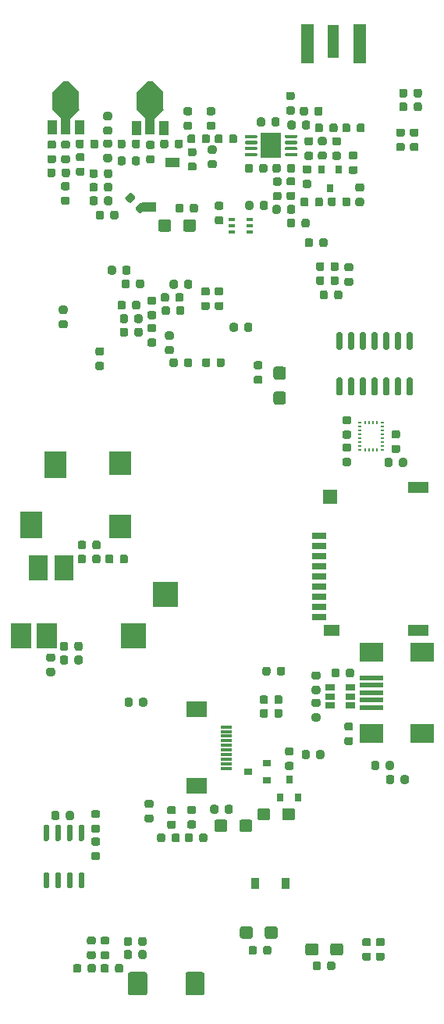
<source format=gbr>
G04 #@! TF.GenerationSoftware,KiCad,Pcbnew,5.1.6-c6e7f7d~87~ubuntu18.04.1*
G04 #@! TF.CreationDate,2020-09-13T22:45:34+02:00*
G04 #@! TF.ProjectId,Mainboard,4d61696e-626f-4617-9264-2e6b69636164,rev?*
G04 #@! TF.SameCoordinates,Original*
G04 #@! TF.FileFunction,Paste,Top*
G04 #@! TF.FilePolarity,Positive*
%FSLAX46Y46*%
G04 Gerber Fmt 4.6, Leading zero omitted, Abs format (unit mm)*
G04 Created by KiCad (PCBNEW 5.1.6-c6e7f7d~87~ubuntu18.04.1) date 2020-09-13 22:45:34*
%MOMM*%
%LPD*%
G01*
G04 APERTURE LIST*
%ADD10R,0.900000X0.800000*%
%ADD11R,1.500000X1.100000*%
%ADD12R,2.400000X2.650000*%
%ADD13R,2.400000X2.950000*%
%ADD14R,2.000000X2.800000*%
%ADD15R,2.800000X2.800000*%
%ADD16R,2.200000X2.800000*%
%ADD17R,0.650000X0.400000*%
%ADD18R,2.300000X2.800000*%
%ADD19R,1.060000X0.650000*%
%ADD20R,0.900000X1.200000*%
%ADD21R,1.300000X0.300000*%
%ADD22R,2.200000X1.800000*%
%ADD23R,2.200000X1.200000*%
%ADD24R,1.500000X1.600000*%
%ADD25R,1.600000X0.700000*%
%ADD26R,1.800000X1.200000*%
%ADD27C,0.100000*%
%ADD28R,1.000000X1.500000*%
%ADD29R,1.000000X1.800000*%
%ADD30R,3.000000X1.840000*%
%ADD31R,0.350000X0.230000*%
%ADD32R,0.230000X0.350000*%
%ADD33R,0.800000X0.900000*%
%ADD34R,1.270000X3.600000*%
%ADD35R,1.350000X4.200000*%
%ADD36R,2.500000X0.500000*%
%ADD37R,2.500000X2.000000*%
G04 APERTURE END LIST*
G36*
G01*
X46132000Y-169161750D02*
X46132000Y-169674250D01*
G75*
G02*
X45913250Y-169893000I-218750J0D01*
G01*
X45475750Y-169893000D01*
G75*
G02*
X45257000Y-169674250I0J218750D01*
G01*
X45257000Y-169161750D01*
G75*
G02*
X45475750Y-168943000I218750J0D01*
G01*
X45913250Y-168943000D01*
G75*
G02*
X46132000Y-169161750I0J-218750D01*
G01*
G37*
G36*
G01*
X47707000Y-169161750D02*
X47707000Y-169674250D01*
G75*
G02*
X47488250Y-169893000I-218750J0D01*
G01*
X47050750Y-169893000D01*
G75*
G02*
X46832000Y-169674250I0J218750D01*
G01*
X46832000Y-169161750D01*
G75*
G02*
X47050750Y-168943000I218750J0D01*
G01*
X47488250Y-168943000D01*
G75*
G02*
X47707000Y-169161750I0J-218750D01*
G01*
G37*
G36*
G01*
X45701200Y-167062599D02*
X45701200Y-167912601D01*
G75*
G02*
X45451201Y-168162600I-249999J0D01*
G01*
X44551199Y-168162600D01*
G75*
G02*
X44301200Y-167912601I0J249999D01*
G01*
X44301200Y-167062599D01*
G75*
G02*
X44551199Y-166812600I249999J0D01*
G01*
X45451201Y-166812600D01*
G75*
G02*
X45701200Y-167062599I0J-249999D01*
G01*
G37*
G36*
G01*
X48401200Y-167062599D02*
X48401200Y-167912601D01*
G75*
G02*
X48151201Y-168162600I-249999J0D01*
G01*
X47251199Y-168162600D01*
G75*
G02*
X47001200Y-167912601I0J249999D01*
G01*
X47001200Y-167062599D01*
G75*
G02*
X47251199Y-166812600I249999J0D01*
G01*
X48151201Y-166812600D01*
G75*
G02*
X48401200Y-167062599I0J-249999D01*
G01*
G37*
G36*
G01*
X40177100Y-81714050D02*
X40177100Y-81201550D01*
G75*
G02*
X40395850Y-80982800I218750J0D01*
G01*
X40833350Y-80982800D01*
G75*
G02*
X41052100Y-81201550I0J-218750D01*
G01*
X41052100Y-81714050D01*
G75*
G02*
X40833350Y-81932800I-218750J0D01*
G01*
X40395850Y-81932800D01*
G75*
G02*
X40177100Y-81714050I0J218750D01*
G01*
G37*
G36*
G01*
X38602100Y-81714050D02*
X38602100Y-81201550D01*
G75*
G02*
X38820850Y-80982800I218750J0D01*
G01*
X39258350Y-80982800D01*
G75*
G02*
X39477100Y-81201550I0J-218750D01*
G01*
X39477100Y-81714050D01*
G75*
G02*
X39258350Y-81932800I-218750J0D01*
G01*
X38820850Y-81932800D01*
G75*
G02*
X38602100Y-81714050I0J218750D01*
G01*
G37*
D10*
X45199300Y-150050500D03*
X47199300Y-149100500D03*
X47199300Y-151000500D03*
G36*
G01*
X61741800Y-151157650D02*
X61741800Y-150645150D01*
G75*
G02*
X61960550Y-150426400I218750J0D01*
G01*
X62398050Y-150426400D01*
G75*
G02*
X62616800Y-150645150I0J-218750D01*
G01*
X62616800Y-151157650D01*
G75*
G02*
X62398050Y-151376400I-218750J0D01*
G01*
X61960550Y-151376400D01*
G75*
G02*
X61741800Y-151157650I0J218750D01*
G01*
G37*
G36*
G01*
X60166800Y-151157650D02*
X60166800Y-150645150D01*
G75*
G02*
X60385550Y-150426400I218750J0D01*
G01*
X60823050Y-150426400D01*
G75*
G02*
X61041800Y-150645150I0J-218750D01*
G01*
X61041800Y-151157650D01*
G75*
G02*
X60823050Y-151376400I-218750J0D01*
G01*
X60385550Y-151376400D01*
G75*
G02*
X60166800Y-151157650I0J218750D01*
G01*
G37*
D11*
X37007800Y-83987640D03*
X34467800Y-88823800D03*
G36*
G01*
X52585000Y-148452550D02*
X52585000Y-147940050D01*
G75*
G02*
X52803750Y-147721300I218750J0D01*
G01*
X53241250Y-147721300D01*
G75*
G02*
X53460000Y-147940050I0J-218750D01*
G01*
X53460000Y-148452550D01*
G75*
G02*
X53241250Y-148671300I-218750J0D01*
G01*
X52803750Y-148671300D01*
G75*
G02*
X52585000Y-148452550I0J218750D01*
G01*
G37*
G36*
G01*
X51010000Y-148452550D02*
X51010000Y-147940050D01*
G75*
G02*
X51228750Y-147721300I218750J0D01*
G01*
X51666250Y-147721300D01*
G75*
G02*
X51885000Y-147940050I0J-218750D01*
G01*
X51885000Y-148452550D01*
G75*
G02*
X51666250Y-148671300I-218750J0D01*
G01*
X51228750Y-148671300D01*
G75*
G02*
X51010000Y-148452550I0J218750D01*
G01*
G37*
G36*
G01*
X49527750Y-77946900D02*
X50040250Y-77946900D01*
G75*
G02*
X50259000Y-78165650I0J-218750D01*
G01*
X50259000Y-78603150D01*
G75*
G02*
X50040250Y-78821900I-218750J0D01*
G01*
X49527750Y-78821900D01*
G75*
G02*
X49309000Y-78603150I0J218750D01*
G01*
X49309000Y-78165650D01*
G75*
G02*
X49527750Y-77946900I218750J0D01*
G01*
G37*
G36*
G01*
X49527750Y-76371900D02*
X50040250Y-76371900D01*
G75*
G02*
X50259000Y-76590650I0J-218750D01*
G01*
X50259000Y-77028150D01*
G75*
G02*
X50040250Y-77246900I-218750J0D01*
G01*
X49527750Y-77246900D01*
G75*
G02*
X49309000Y-77028150I0J218750D01*
G01*
X49309000Y-76590650D01*
G75*
G02*
X49527750Y-76371900I218750J0D01*
G01*
G37*
G36*
G01*
X44074600Y-101623150D02*
X44074600Y-102135650D01*
G75*
G02*
X43855850Y-102354400I-218750J0D01*
G01*
X43418350Y-102354400D01*
G75*
G02*
X43199600Y-102135650I0J218750D01*
G01*
X43199600Y-101623150D01*
G75*
G02*
X43418350Y-101404400I218750J0D01*
G01*
X43855850Y-101404400D01*
G75*
G02*
X44074600Y-101623150I0J-218750D01*
G01*
G37*
G36*
G01*
X45649600Y-101623150D02*
X45649600Y-102135650D01*
G75*
G02*
X45430850Y-102354400I-218750J0D01*
G01*
X44993350Y-102354400D01*
G75*
G02*
X44774600Y-102135650I0J218750D01*
G01*
X44774600Y-101623150D01*
G75*
G02*
X44993350Y-101404400I218750J0D01*
G01*
X45430850Y-101404400D01*
G75*
G02*
X45649600Y-101623150I0J-218750D01*
G01*
G37*
G36*
G01*
X46535050Y-106431500D02*
X46022550Y-106431500D01*
G75*
G02*
X45803800Y-106212750I0J218750D01*
G01*
X45803800Y-105775250D01*
G75*
G02*
X46022550Y-105556500I218750J0D01*
G01*
X46535050Y-105556500D01*
G75*
G02*
X46753800Y-105775250I0J-218750D01*
G01*
X46753800Y-106212750D01*
G75*
G02*
X46535050Y-106431500I-218750J0D01*
G01*
G37*
G36*
G01*
X46535050Y-108006500D02*
X46022550Y-108006500D01*
G75*
G02*
X45803800Y-107787750I0J218750D01*
G01*
X45803800Y-107350250D01*
G75*
G02*
X46022550Y-107131500I218750J0D01*
G01*
X46535050Y-107131500D01*
G75*
G02*
X46753800Y-107350250I0J-218750D01*
G01*
X46753800Y-107787750D01*
G75*
G02*
X46535050Y-108006500I-218750J0D01*
G01*
G37*
G36*
G01*
X47593500Y-154248299D02*
X47593500Y-155098301D01*
G75*
G02*
X47343501Y-155348300I-249999J0D01*
G01*
X46443499Y-155348300D01*
G75*
G02*
X46193500Y-155098301I0J249999D01*
G01*
X46193500Y-154248299D01*
G75*
G02*
X46443499Y-153998300I249999J0D01*
G01*
X47343501Y-153998300D01*
G75*
G02*
X47593500Y-154248299I0J-249999D01*
G01*
G37*
G36*
G01*
X50293500Y-154248299D02*
X50293500Y-155098301D01*
G75*
G02*
X50043501Y-155348300I-249999J0D01*
G01*
X49143499Y-155348300D01*
G75*
G02*
X48893500Y-155098301I0J249999D01*
G01*
X48893500Y-154248299D01*
G75*
G02*
X49143499Y-153998300I249999J0D01*
G01*
X50043501Y-153998300D01*
G75*
G02*
X50293500Y-154248299I0J-249999D01*
G01*
G37*
G36*
G01*
X25659600Y-136205250D02*
X25659600Y-136717750D01*
G75*
G02*
X25440850Y-136936500I-218750J0D01*
G01*
X25003350Y-136936500D01*
G75*
G02*
X24784600Y-136717750I0J218750D01*
G01*
X24784600Y-136205250D01*
G75*
G02*
X25003350Y-135986500I218750J0D01*
G01*
X25440850Y-135986500D01*
G75*
G02*
X25659600Y-136205250I0J-218750D01*
G01*
G37*
G36*
G01*
X27234600Y-136205250D02*
X27234600Y-136717750D01*
G75*
G02*
X27015850Y-136936500I-218750J0D01*
G01*
X26578350Y-136936500D01*
G75*
G02*
X26359600Y-136717750I0J218750D01*
G01*
X26359600Y-136205250D01*
G75*
G02*
X26578350Y-135986500I218750J0D01*
G01*
X27015850Y-135986500D01*
G75*
G02*
X27234600Y-136205250I0J-218750D01*
G01*
G37*
G36*
G01*
X25659700Y-137691150D02*
X25659700Y-138203650D01*
G75*
G02*
X25440950Y-138422400I-218750J0D01*
G01*
X25003450Y-138422400D01*
G75*
G02*
X24784700Y-138203650I0J218750D01*
G01*
X24784700Y-137691150D01*
G75*
G02*
X25003450Y-137472400I218750J0D01*
G01*
X25440950Y-137472400D01*
G75*
G02*
X25659700Y-137691150I0J-218750D01*
G01*
G37*
G36*
G01*
X27234700Y-137691150D02*
X27234700Y-138203650D01*
G75*
G02*
X27015950Y-138422400I-218750J0D01*
G01*
X26578450Y-138422400D01*
G75*
G02*
X26359700Y-138203650I0J218750D01*
G01*
X26359700Y-137691150D01*
G75*
G02*
X26578450Y-137472400I218750J0D01*
G01*
X27015950Y-137472400D01*
G75*
G02*
X27234700Y-137691150I0J-218750D01*
G01*
G37*
G36*
G01*
X28289900Y-127256250D02*
X28289900Y-126743750D01*
G75*
G02*
X28508650Y-126525000I218750J0D01*
G01*
X28946150Y-126525000D01*
G75*
G02*
X29164900Y-126743750I0J-218750D01*
G01*
X29164900Y-127256250D01*
G75*
G02*
X28946150Y-127475000I-218750J0D01*
G01*
X28508650Y-127475000D01*
G75*
G02*
X28289900Y-127256250I0J218750D01*
G01*
G37*
G36*
G01*
X26714900Y-127256250D02*
X26714900Y-126743750D01*
G75*
G02*
X26933650Y-126525000I218750J0D01*
G01*
X27371150Y-126525000D01*
G75*
G02*
X27589900Y-126743750I0J-218750D01*
G01*
X27589900Y-127256250D01*
G75*
G02*
X27371150Y-127475000I-218750J0D01*
G01*
X26933650Y-127475000D01*
G75*
G02*
X26714900Y-127256250I0J218750D01*
G01*
G37*
G36*
G01*
X31274600Y-127256250D02*
X31274600Y-126743750D01*
G75*
G02*
X31493350Y-126525000I218750J0D01*
G01*
X31930850Y-126525000D01*
G75*
G02*
X32149600Y-126743750I0J-218750D01*
G01*
X32149600Y-127256250D01*
G75*
G02*
X31930850Y-127475000I-218750J0D01*
G01*
X31493350Y-127475000D01*
G75*
G02*
X31274600Y-127256250I0J218750D01*
G01*
G37*
G36*
G01*
X29699600Y-127256250D02*
X29699600Y-126743750D01*
G75*
G02*
X29918350Y-126525000I218750J0D01*
G01*
X30355850Y-126525000D01*
G75*
G02*
X30574600Y-126743750I0J-218750D01*
G01*
X30574600Y-127256250D01*
G75*
G02*
X30355850Y-127475000I-218750J0D01*
G01*
X29918350Y-127475000D01*
G75*
G02*
X29699600Y-127256250I0J218750D01*
G01*
G37*
D12*
X31326300Y-116640800D03*
D13*
X24326300Y-116790800D03*
D12*
X31326300Y-123490800D03*
D13*
X21626300Y-123340800D03*
D14*
X22423200Y-127918500D03*
D15*
X36258200Y-130868500D03*
D16*
X23323200Y-135318500D03*
D14*
X25223200Y-127918500D03*
D15*
X32723200Y-135318500D03*
D16*
X20523200Y-135318500D03*
G36*
G01*
X24030650Y-138118100D02*
X23518150Y-138118100D01*
G75*
G02*
X23299400Y-137899350I0J218750D01*
G01*
X23299400Y-137461850D01*
G75*
G02*
X23518150Y-137243100I218750J0D01*
G01*
X24030650Y-137243100D01*
G75*
G02*
X24249400Y-137461850I0J-218750D01*
G01*
X24249400Y-137899350D01*
G75*
G02*
X24030650Y-138118100I-218750J0D01*
G01*
G37*
G36*
G01*
X24030650Y-139693100D02*
X23518150Y-139693100D01*
G75*
G02*
X23299400Y-139474350I0J218750D01*
G01*
X23299400Y-139036850D01*
G75*
G02*
X23518150Y-138818100I218750J0D01*
G01*
X24030650Y-138818100D01*
G75*
G02*
X24249400Y-139036850I0J-218750D01*
G01*
X24249400Y-139474350D01*
G75*
G02*
X24030650Y-139693100I-218750J0D01*
G01*
G37*
G36*
G01*
X28302700Y-125744950D02*
X28302700Y-125232450D01*
G75*
G02*
X28521450Y-125013700I218750J0D01*
G01*
X28958950Y-125013700D01*
G75*
G02*
X29177700Y-125232450I0J-218750D01*
G01*
X29177700Y-125744950D01*
G75*
G02*
X28958950Y-125963700I-218750J0D01*
G01*
X28521450Y-125963700D01*
G75*
G02*
X28302700Y-125744950I0J218750D01*
G01*
G37*
G36*
G01*
X26727700Y-125744950D02*
X26727700Y-125232450D01*
G75*
G02*
X26946450Y-125013700I218750J0D01*
G01*
X27383950Y-125013700D01*
G75*
G02*
X27602700Y-125232450I0J-218750D01*
G01*
X27602700Y-125744950D01*
G75*
G02*
X27383950Y-125963700I-218750J0D01*
G01*
X26946450Y-125963700D01*
G75*
G02*
X26727700Y-125744950I0J218750D01*
G01*
G37*
G36*
G01*
X42305950Y-89146800D02*
X41793450Y-89146800D01*
G75*
G02*
X41574700Y-88928050I0J218750D01*
G01*
X41574700Y-88490550D01*
G75*
G02*
X41793450Y-88271800I218750J0D01*
G01*
X42305950Y-88271800D01*
G75*
G02*
X42524700Y-88490550I0J-218750D01*
G01*
X42524700Y-88928050D01*
G75*
G02*
X42305950Y-89146800I-218750J0D01*
G01*
G37*
G36*
G01*
X42305950Y-90721800D02*
X41793450Y-90721800D01*
G75*
G02*
X41574700Y-90503050I0J218750D01*
G01*
X41574700Y-90065550D01*
G75*
G02*
X41793450Y-89846800I218750J0D01*
G01*
X42305950Y-89846800D01*
G75*
G02*
X42524700Y-90065550I0J-218750D01*
G01*
X42524700Y-90503050D01*
G75*
G02*
X42305950Y-90721800I-218750J0D01*
G01*
G37*
D17*
X45346700Y-90228900D03*
X45346700Y-91528900D03*
X43446700Y-90878900D03*
X45346700Y-90878900D03*
X43446700Y-91528900D03*
X43446700Y-90228900D03*
G36*
G01*
X50997500Y-90845350D02*
X50997500Y-90332850D01*
G75*
G02*
X51216250Y-90114100I218750J0D01*
G01*
X51653750Y-90114100D01*
G75*
G02*
X51872500Y-90332850I0J-218750D01*
G01*
X51872500Y-90845350D01*
G75*
G02*
X51653750Y-91064100I-218750J0D01*
G01*
X51216250Y-91064100D01*
G75*
G02*
X50997500Y-90845350I0J218750D01*
G01*
G37*
G36*
G01*
X49422500Y-90845350D02*
X49422500Y-90332850D01*
G75*
G02*
X49641250Y-90114100I218750J0D01*
G01*
X50078750Y-90114100D01*
G75*
G02*
X50297500Y-90332850I0J-218750D01*
G01*
X50297500Y-90845350D01*
G75*
G02*
X50078750Y-91064100I-218750J0D01*
G01*
X49641250Y-91064100D01*
G75*
G02*
X49422500Y-90845350I0J218750D01*
G01*
G37*
G36*
G01*
X48605150Y-86530600D02*
X48092650Y-86530600D01*
G75*
G02*
X47873900Y-86311850I0J218750D01*
G01*
X47873900Y-85874350D01*
G75*
G02*
X48092650Y-85655600I218750J0D01*
G01*
X48605150Y-85655600D01*
G75*
G02*
X48823900Y-85874350I0J-218750D01*
G01*
X48823900Y-86311850D01*
G75*
G02*
X48605150Y-86530600I-218750J0D01*
G01*
G37*
G36*
G01*
X48605150Y-88105600D02*
X48092650Y-88105600D01*
G75*
G02*
X47873900Y-87886850I0J218750D01*
G01*
X47873900Y-87449350D01*
G75*
G02*
X48092650Y-87230600I218750J0D01*
G01*
X48605150Y-87230600D01*
G75*
G02*
X48823900Y-87449350I0J-218750D01*
G01*
X48823900Y-87886850D01*
G75*
G02*
X48605150Y-88105600I-218750J0D01*
G01*
G37*
G36*
G01*
X49422700Y-89359450D02*
X49422700Y-88846950D01*
G75*
G02*
X49641450Y-88628200I218750J0D01*
G01*
X50078950Y-88628200D01*
G75*
G02*
X50297700Y-88846950I0J-218750D01*
G01*
X50297700Y-89359450D01*
G75*
G02*
X50078950Y-89578200I-218750J0D01*
G01*
X49641450Y-89578200D01*
G75*
G02*
X49422700Y-89359450I0J218750D01*
G01*
G37*
G36*
G01*
X47847700Y-89359450D02*
X47847700Y-88846950D01*
G75*
G02*
X48066450Y-88628200I218750J0D01*
G01*
X48503950Y-88628200D01*
G75*
G02*
X48722700Y-88846950I0J-218750D01*
G01*
X48722700Y-89359450D01*
G75*
G02*
X48503950Y-89578200I-218750J0D01*
G01*
X48066450Y-89578200D01*
G75*
G02*
X47847700Y-89359450I0J218750D01*
G01*
G37*
G36*
G01*
X46463800Y-88927650D02*
X46463800Y-88415150D01*
G75*
G02*
X46682550Y-88196400I218750J0D01*
G01*
X47120050Y-88196400D01*
G75*
G02*
X47338800Y-88415150I0J-218750D01*
G01*
X47338800Y-88927650D01*
G75*
G02*
X47120050Y-89146400I-218750J0D01*
G01*
X46682550Y-89146400D01*
G75*
G02*
X46463800Y-88927650I0J218750D01*
G01*
G37*
G36*
G01*
X44888800Y-88927650D02*
X44888800Y-88415150D01*
G75*
G02*
X45107550Y-88196400I218750J0D01*
G01*
X45545050Y-88196400D01*
G75*
G02*
X45763800Y-88415150I0J-218750D01*
G01*
X45763800Y-88927650D01*
G75*
G02*
X45545050Y-89146400I-218750J0D01*
G01*
X45107550Y-89146400D01*
G75*
G02*
X44888800Y-88927650I0J218750D01*
G01*
G37*
D18*
X47691800Y-82184600D03*
G36*
G01*
X49191800Y-81297100D02*
X49191800Y-81122100D01*
G75*
G02*
X49279300Y-81034600I87500J0D01*
G01*
X50454300Y-81034600D01*
G75*
G02*
X50541800Y-81122100I0J-87500D01*
G01*
X50541800Y-81297100D01*
G75*
G02*
X50454300Y-81384600I-87500J0D01*
G01*
X49279300Y-81384600D01*
G75*
G02*
X49191800Y-81297100I0J87500D01*
G01*
G37*
G36*
G01*
X49191800Y-81947100D02*
X49191800Y-81772100D01*
G75*
G02*
X49279300Y-81684600I87500J0D01*
G01*
X50454300Y-81684600D01*
G75*
G02*
X50541800Y-81772100I0J-87500D01*
G01*
X50541800Y-81947100D01*
G75*
G02*
X50454300Y-82034600I-87500J0D01*
G01*
X49279300Y-82034600D01*
G75*
G02*
X49191800Y-81947100I0J87500D01*
G01*
G37*
G36*
G01*
X49191800Y-82597100D02*
X49191800Y-82422100D01*
G75*
G02*
X49279300Y-82334600I87500J0D01*
G01*
X50454300Y-82334600D01*
G75*
G02*
X50541800Y-82422100I0J-87500D01*
G01*
X50541800Y-82597100D01*
G75*
G02*
X50454300Y-82684600I-87500J0D01*
G01*
X49279300Y-82684600D01*
G75*
G02*
X49191800Y-82597100I0J87500D01*
G01*
G37*
G36*
G01*
X49191800Y-83247100D02*
X49191800Y-83072100D01*
G75*
G02*
X49279300Y-82984600I87500J0D01*
G01*
X50454300Y-82984600D01*
G75*
G02*
X50541800Y-83072100I0J-87500D01*
G01*
X50541800Y-83247100D01*
G75*
G02*
X50454300Y-83334600I-87500J0D01*
G01*
X49279300Y-83334600D01*
G75*
G02*
X49191800Y-83247100I0J87500D01*
G01*
G37*
G36*
G01*
X44841800Y-83247100D02*
X44841800Y-83072100D01*
G75*
G02*
X44929300Y-82984600I87500J0D01*
G01*
X46104300Y-82984600D01*
G75*
G02*
X46191800Y-83072100I0J-87500D01*
G01*
X46191800Y-83247100D01*
G75*
G02*
X46104300Y-83334600I-87500J0D01*
G01*
X44929300Y-83334600D01*
G75*
G02*
X44841800Y-83247100I0J87500D01*
G01*
G37*
G36*
G01*
X44841800Y-82597100D02*
X44841800Y-82422100D01*
G75*
G02*
X44929300Y-82334600I87500J0D01*
G01*
X46104300Y-82334600D01*
G75*
G02*
X46191800Y-82422100I0J-87500D01*
G01*
X46191800Y-82597100D01*
G75*
G02*
X46104300Y-82684600I-87500J0D01*
G01*
X44929300Y-82684600D01*
G75*
G02*
X44841800Y-82597100I0J87500D01*
G01*
G37*
G36*
G01*
X44841800Y-81947100D02*
X44841800Y-81772100D01*
G75*
G02*
X44929300Y-81684600I87500J0D01*
G01*
X46104300Y-81684600D01*
G75*
G02*
X46191800Y-81772100I0J-87500D01*
G01*
X46191800Y-81947100D01*
G75*
G02*
X46104300Y-82034600I-87500J0D01*
G01*
X44929300Y-82034600D01*
G75*
G02*
X44841800Y-81947100I0J87500D01*
G01*
G37*
G36*
G01*
X44841800Y-81297100D02*
X44841800Y-81122100D01*
G75*
G02*
X44929300Y-81034600I87500J0D01*
G01*
X46104300Y-81034600D01*
G75*
G02*
X46191800Y-81122100I0J-87500D01*
G01*
X46191800Y-81297100D01*
G75*
G02*
X46104300Y-81384600I-87500J0D01*
G01*
X44929300Y-81384600D01*
G75*
G02*
X44841800Y-81297100I0J87500D01*
G01*
G37*
G36*
G01*
X52928000Y-92966250D02*
X52928000Y-92453750D01*
G75*
G02*
X53146750Y-92235000I218750J0D01*
G01*
X53584250Y-92235000D01*
G75*
G02*
X53803000Y-92453750I0J-218750D01*
G01*
X53803000Y-92966250D01*
G75*
G02*
X53584250Y-93185000I-218750J0D01*
G01*
X53146750Y-93185000D01*
G75*
G02*
X52928000Y-92966250I0J218750D01*
G01*
G37*
G36*
G01*
X51353000Y-92966250D02*
X51353000Y-92453750D01*
G75*
G02*
X51571750Y-92235000I218750J0D01*
G01*
X52009250Y-92235000D01*
G75*
G02*
X52228000Y-92453750I0J-218750D01*
G01*
X52228000Y-92966250D01*
G75*
G02*
X52009250Y-93185000I-218750J0D01*
G01*
X51571750Y-93185000D01*
G75*
G02*
X51353000Y-92966250I0J218750D01*
G01*
G37*
G36*
G01*
X61465750Y-81909500D02*
X61978250Y-81909500D01*
G75*
G02*
X62197000Y-82128250I0J-218750D01*
G01*
X62197000Y-82565750D01*
G75*
G02*
X61978250Y-82784500I-218750J0D01*
G01*
X61465750Y-82784500D01*
G75*
G02*
X61247000Y-82565750I0J218750D01*
G01*
X61247000Y-82128250D01*
G75*
G02*
X61465750Y-81909500I218750J0D01*
G01*
G37*
G36*
G01*
X61465750Y-80334500D02*
X61978250Y-80334500D01*
G75*
G02*
X62197000Y-80553250I0J-218750D01*
G01*
X62197000Y-80990750D01*
G75*
G02*
X61978250Y-81209500I-218750J0D01*
G01*
X61465750Y-81209500D01*
G75*
G02*
X61247000Y-80990750I0J218750D01*
G01*
X61247000Y-80553250D01*
G75*
G02*
X61465750Y-80334500I218750J0D01*
G01*
G37*
G36*
G01*
X62964350Y-81909300D02*
X63476850Y-81909300D01*
G75*
G02*
X63695600Y-82128050I0J-218750D01*
G01*
X63695600Y-82565550D01*
G75*
G02*
X63476850Y-82784300I-218750J0D01*
G01*
X62964350Y-82784300D01*
G75*
G02*
X62745600Y-82565550I0J218750D01*
G01*
X62745600Y-82128050D01*
G75*
G02*
X62964350Y-81909300I218750J0D01*
G01*
G37*
G36*
G01*
X62964350Y-80334300D02*
X63476850Y-80334300D01*
G75*
G02*
X63695600Y-80553050I0J-218750D01*
G01*
X63695600Y-80990550D01*
G75*
G02*
X63476850Y-81209300I-218750J0D01*
G01*
X62964350Y-81209300D01*
G75*
G02*
X62745600Y-80990550I0J218750D01*
G01*
X62745600Y-80553050D01*
G75*
G02*
X62964350Y-80334300I218750J0D01*
G01*
G37*
G36*
G01*
X49040601Y-107554000D02*
X48190599Y-107554000D01*
G75*
G02*
X47940600Y-107304001I0J249999D01*
G01*
X47940600Y-106403999D01*
G75*
G02*
X48190599Y-106154000I249999J0D01*
G01*
X49040601Y-106154000D01*
G75*
G02*
X49290600Y-106403999I0J-249999D01*
G01*
X49290600Y-107304001D01*
G75*
G02*
X49040601Y-107554000I-249999J0D01*
G01*
G37*
G36*
G01*
X49040601Y-110254000D02*
X48190599Y-110254000D01*
G75*
G02*
X47940600Y-110004001I0J249999D01*
G01*
X47940600Y-109103999D01*
G75*
G02*
X48190599Y-108854000I249999J0D01*
G01*
X49040601Y-108854000D01*
G75*
G02*
X49290600Y-109103999I0J-249999D01*
G01*
X49290600Y-110004001D01*
G75*
G02*
X49040601Y-110254000I-249999J0D01*
G01*
G37*
G36*
G01*
X56364850Y-145598500D02*
X55852350Y-145598500D01*
G75*
G02*
X55633600Y-145379750I0J218750D01*
G01*
X55633600Y-144942250D01*
G75*
G02*
X55852350Y-144723500I218750J0D01*
G01*
X56364850Y-144723500D01*
G75*
G02*
X56583600Y-144942250I0J-218750D01*
G01*
X56583600Y-145379750D01*
G75*
G02*
X56364850Y-145598500I-218750J0D01*
G01*
G37*
G36*
G01*
X56364850Y-147173500D02*
X55852350Y-147173500D01*
G75*
G02*
X55633600Y-146954750I0J218750D01*
G01*
X55633600Y-146517250D01*
G75*
G02*
X55852350Y-146298500I218750J0D01*
G01*
X56364850Y-146298500D01*
G75*
G02*
X56583600Y-146517250I0J-218750D01*
G01*
X56583600Y-146954750D01*
G75*
G02*
X56364850Y-147173500I-218750J0D01*
G01*
G37*
G36*
G01*
X33369900Y-142775650D02*
X33369900Y-142263150D01*
G75*
G02*
X33588650Y-142044400I218750J0D01*
G01*
X34026150Y-142044400D01*
G75*
G02*
X34244900Y-142263150I0J-218750D01*
G01*
X34244900Y-142775650D01*
G75*
G02*
X34026150Y-142994400I-218750J0D01*
G01*
X33588650Y-142994400D01*
G75*
G02*
X33369900Y-142775650I0J218750D01*
G01*
G37*
G36*
G01*
X31794900Y-142775650D02*
X31794900Y-142263150D01*
G75*
G02*
X32013650Y-142044400I218750J0D01*
G01*
X32451150Y-142044400D01*
G75*
G02*
X32669900Y-142263150I0J-218750D01*
G01*
X32669900Y-142775650D01*
G75*
G02*
X32451150Y-142994400I-218750J0D01*
G01*
X32013650Y-142994400D01*
G75*
G02*
X31794900Y-142775650I0J218750D01*
G01*
G37*
G36*
G01*
X32608100Y-99748050D02*
X32608100Y-99235550D01*
G75*
G02*
X32826850Y-99016800I218750J0D01*
G01*
X33264350Y-99016800D01*
G75*
G02*
X33483100Y-99235550I0J-218750D01*
G01*
X33483100Y-99748050D01*
G75*
G02*
X33264350Y-99966800I-218750J0D01*
G01*
X32826850Y-99966800D01*
G75*
G02*
X32608100Y-99748050I0J218750D01*
G01*
G37*
G36*
G01*
X31033100Y-99748050D02*
X31033100Y-99235550D01*
G75*
G02*
X31251850Y-99016800I218750J0D01*
G01*
X31689350Y-99016800D01*
G75*
G02*
X31908100Y-99235550I0J-218750D01*
G01*
X31908100Y-99748050D01*
G75*
G02*
X31689350Y-99966800I-218750J0D01*
G01*
X31251850Y-99966800D01*
G75*
G02*
X31033100Y-99748050I0J218750D01*
G01*
G37*
G36*
G01*
X36606900Y-98397350D02*
X36606900Y-98909850D01*
G75*
G02*
X36388150Y-99128600I-218750J0D01*
G01*
X35950650Y-99128600D01*
G75*
G02*
X35731900Y-98909850I0J218750D01*
G01*
X35731900Y-98397350D01*
G75*
G02*
X35950650Y-98178600I218750J0D01*
G01*
X36388150Y-98178600D01*
G75*
G02*
X36606900Y-98397350I0J-218750D01*
G01*
G37*
G36*
G01*
X38181900Y-98397350D02*
X38181900Y-98909850D01*
G75*
G02*
X37963150Y-99128600I-218750J0D01*
G01*
X37525650Y-99128600D01*
G75*
G02*
X37306900Y-98909850I0J218750D01*
G01*
X37306900Y-98397350D01*
G75*
G02*
X37525650Y-98178600I218750J0D01*
G01*
X37963150Y-98178600D01*
G75*
G02*
X38181900Y-98397350I0J-218750D01*
G01*
G37*
G36*
G01*
X42293250Y-98430600D02*
X41780750Y-98430600D01*
G75*
G02*
X41562000Y-98211850I0J218750D01*
G01*
X41562000Y-97774350D01*
G75*
G02*
X41780750Y-97555600I218750J0D01*
G01*
X42293250Y-97555600D01*
G75*
G02*
X42512000Y-97774350I0J-218750D01*
G01*
X42512000Y-98211850D01*
G75*
G02*
X42293250Y-98430600I-218750J0D01*
G01*
G37*
G36*
G01*
X42293250Y-100005600D02*
X41780750Y-100005600D01*
G75*
G02*
X41562000Y-99786850I0J218750D01*
G01*
X41562000Y-99349350D01*
G75*
G02*
X41780750Y-99130600I218750J0D01*
G01*
X42293250Y-99130600D01*
G75*
G02*
X42512000Y-99349350I0J-218750D01*
G01*
X42512000Y-99786850D01*
G75*
G02*
X42293250Y-100005600I-218750J0D01*
G01*
G37*
G36*
G01*
X40820050Y-98430600D02*
X40307550Y-98430600D01*
G75*
G02*
X40088800Y-98211850I0J218750D01*
G01*
X40088800Y-97774350D01*
G75*
G02*
X40307550Y-97555600I218750J0D01*
G01*
X40820050Y-97555600D01*
G75*
G02*
X41038800Y-97774350I0J-218750D01*
G01*
X41038800Y-98211850D01*
G75*
G02*
X40820050Y-98430600I-218750J0D01*
G01*
G37*
G36*
G01*
X40820050Y-100005600D02*
X40307550Y-100005600D01*
G75*
G02*
X40088800Y-99786850I0J218750D01*
G01*
X40088800Y-99349350D01*
G75*
G02*
X40307550Y-99130600I218750J0D01*
G01*
X40820050Y-99130600D01*
G75*
G02*
X41038800Y-99349350I0J-218750D01*
G01*
X41038800Y-99786850D01*
G75*
G02*
X40820050Y-100005600I-218750J0D01*
G01*
G37*
G36*
G01*
X29351950Y-104933100D02*
X28839450Y-104933100D01*
G75*
G02*
X28620700Y-104714350I0J218750D01*
G01*
X28620700Y-104276850D01*
G75*
G02*
X28839450Y-104058100I218750J0D01*
G01*
X29351950Y-104058100D01*
G75*
G02*
X29570700Y-104276850I0J-218750D01*
G01*
X29570700Y-104714350D01*
G75*
G02*
X29351950Y-104933100I-218750J0D01*
G01*
G37*
G36*
G01*
X29351950Y-106508100D02*
X28839450Y-106508100D01*
G75*
G02*
X28620700Y-106289350I0J218750D01*
G01*
X28620700Y-105851850D01*
G75*
G02*
X28839450Y-105633100I218750J0D01*
G01*
X29351950Y-105633100D01*
G75*
G02*
X29570700Y-105851850I0J-218750D01*
G01*
X29570700Y-106289350D01*
G75*
G02*
X29351950Y-106508100I-218750J0D01*
G01*
G37*
G36*
G01*
X37546900Y-105458550D02*
X37546900Y-105971050D01*
G75*
G02*
X37328150Y-106189800I-218750J0D01*
G01*
X36890650Y-106189800D01*
G75*
G02*
X36671900Y-105971050I0J218750D01*
G01*
X36671900Y-105458550D01*
G75*
G02*
X36890650Y-105239800I218750J0D01*
G01*
X37328150Y-105239800D01*
G75*
G02*
X37546900Y-105458550I0J-218750D01*
G01*
G37*
G36*
G01*
X39121900Y-105458550D02*
X39121900Y-105971050D01*
G75*
G02*
X38903150Y-106189800I-218750J0D01*
G01*
X38465650Y-106189800D01*
G75*
G02*
X38246900Y-105971050I0J218750D01*
G01*
X38246900Y-105458550D01*
G75*
G02*
X38465650Y-105239800I218750J0D01*
G01*
X38903150Y-105239800D01*
G75*
G02*
X39121900Y-105458550I0J-218750D01*
G01*
G37*
G36*
G01*
X41077500Y-105458550D02*
X41077500Y-105971050D01*
G75*
G02*
X40858750Y-106189800I-218750J0D01*
G01*
X40421250Y-106189800D01*
G75*
G02*
X40202500Y-105971050I0J218750D01*
G01*
X40202500Y-105458550D01*
G75*
G02*
X40421250Y-105239800I218750J0D01*
G01*
X40858750Y-105239800D01*
G75*
G02*
X41077500Y-105458550I0J-218750D01*
G01*
G37*
G36*
G01*
X42652500Y-105458550D02*
X42652500Y-105971050D01*
G75*
G02*
X42433750Y-106189800I-218750J0D01*
G01*
X41996250Y-106189800D01*
G75*
G02*
X41777500Y-105971050I0J218750D01*
G01*
X41777500Y-105458550D01*
G75*
G02*
X41996250Y-105239800I218750J0D01*
G01*
X42433750Y-105239800D01*
G75*
G02*
X42652500Y-105458550I0J-218750D01*
G01*
G37*
G36*
G01*
X35003450Y-102405600D02*
X34490950Y-102405600D01*
G75*
G02*
X34272200Y-102186850I0J218750D01*
G01*
X34272200Y-101749350D01*
G75*
G02*
X34490950Y-101530600I218750J0D01*
G01*
X35003450Y-101530600D01*
G75*
G02*
X35222200Y-101749350I0J-218750D01*
G01*
X35222200Y-102186850D01*
G75*
G02*
X35003450Y-102405600I-218750J0D01*
G01*
G37*
G36*
G01*
X35003450Y-103980600D02*
X34490950Y-103980600D01*
G75*
G02*
X34272200Y-103761850I0J218750D01*
G01*
X34272200Y-103324350D01*
G75*
G02*
X34490950Y-103105600I218750J0D01*
G01*
X35003450Y-103105600D01*
G75*
G02*
X35222200Y-103324350I0J-218750D01*
G01*
X35222200Y-103761850D01*
G75*
G02*
X35003450Y-103980600I-218750J0D01*
G01*
G37*
G36*
G01*
X36395950Y-103918400D02*
X36908450Y-103918400D01*
G75*
G02*
X37127200Y-104137150I0J-218750D01*
G01*
X37127200Y-104574650D01*
G75*
G02*
X36908450Y-104793400I-218750J0D01*
G01*
X36395950Y-104793400D01*
G75*
G02*
X36177200Y-104574650I0J218750D01*
G01*
X36177200Y-104137150D01*
G75*
G02*
X36395950Y-103918400I218750J0D01*
G01*
G37*
G36*
G01*
X36395950Y-102343400D02*
X36908450Y-102343400D01*
G75*
G02*
X37127200Y-102562150I0J-218750D01*
G01*
X37127200Y-102999650D01*
G75*
G02*
X36908450Y-103218400I-218750J0D01*
G01*
X36395950Y-103218400D01*
G75*
G02*
X36177200Y-102999650I0J218750D01*
G01*
X36177200Y-102562150D01*
G75*
G02*
X36395950Y-102343400I218750J0D01*
G01*
G37*
G36*
G01*
X32862100Y-101208550D02*
X32862100Y-100696050D01*
G75*
G02*
X33080850Y-100477300I218750J0D01*
G01*
X33518350Y-100477300D01*
G75*
G02*
X33737100Y-100696050I0J-218750D01*
G01*
X33737100Y-101208550D01*
G75*
G02*
X33518350Y-101427300I-218750J0D01*
G01*
X33080850Y-101427300D01*
G75*
G02*
X32862100Y-101208550I0J218750D01*
G01*
G37*
G36*
G01*
X31287100Y-101208550D02*
X31287100Y-100696050D01*
G75*
G02*
X31505850Y-100477300I218750J0D01*
G01*
X31943350Y-100477300D01*
G75*
G02*
X32162100Y-100696050I0J-218750D01*
G01*
X32162100Y-101208550D01*
G75*
G02*
X31943350Y-101427300I-218750J0D01*
G01*
X31505850Y-101427300D01*
G75*
G02*
X31287100Y-101208550I0J218750D01*
G01*
G37*
G36*
G01*
X37406160Y-100324630D02*
X37406160Y-99812130D01*
G75*
G02*
X37624910Y-99593380I218750J0D01*
G01*
X38062410Y-99593380D01*
G75*
G02*
X38281160Y-99812130I0J-218750D01*
G01*
X38281160Y-100324630D01*
G75*
G02*
X38062410Y-100543380I-218750J0D01*
G01*
X37624910Y-100543380D01*
G75*
G02*
X37406160Y-100324630I0J218750D01*
G01*
G37*
G36*
G01*
X35831160Y-100324630D02*
X35831160Y-99812130D01*
G75*
G02*
X36049910Y-99593380I218750J0D01*
G01*
X36487410Y-99593380D01*
G75*
G02*
X36706160Y-99812130I0J-218750D01*
G01*
X36706160Y-100324630D01*
G75*
G02*
X36487410Y-100543380I-218750J0D01*
G01*
X36049910Y-100543380D01*
G75*
G02*
X35831160Y-100324630I0J218750D01*
G01*
G37*
G36*
G01*
X32862100Y-102669050D02*
X32862100Y-102156550D01*
G75*
G02*
X33080850Y-101937800I218750J0D01*
G01*
X33518350Y-101937800D01*
G75*
G02*
X33737100Y-102156550I0J-218750D01*
G01*
X33737100Y-102669050D01*
G75*
G02*
X33518350Y-102887800I-218750J0D01*
G01*
X33080850Y-102887800D01*
G75*
G02*
X32862100Y-102669050I0J218750D01*
G01*
G37*
G36*
G01*
X31287100Y-102669050D02*
X31287100Y-102156550D01*
G75*
G02*
X31505850Y-101937800I218750J0D01*
G01*
X31943350Y-101937800D01*
G75*
G02*
X32162100Y-102156550I0J-218750D01*
G01*
X32162100Y-102669050D01*
G75*
G02*
X31943350Y-102887800I-218750J0D01*
G01*
X31505850Y-102887800D01*
G75*
G02*
X31287100Y-102669050I0J218750D01*
G01*
G37*
G36*
G01*
X32339900Y-96911450D02*
X32339900Y-97423950D01*
G75*
G02*
X32121150Y-97642700I-218750J0D01*
G01*
X31683650Y-97642700D01*
G75*
G02*
X31464900Y-97423950I0J218750D01*
G01*
X31464900Y-96911450D01*
G75*
G02*
X31683650Y-96692700I218750J0D01*
G01*
X32121150Y-96692700D01*
G75*
G02*
X32339900Y-96911450I0J-218750D01*
G01*
G37*
G36*
G01*
X33914900Y-96911450D02*
X33914900Y-97423950D01*
G75*
G02*
X33696150Y-97642700I-218750J0D01*
G01*
X33258650Y-97642700D01*
G75*
G02*
X33039900Y-97423950I0J218750D01*
G01*
X33039900Y-96911450D01*
G75*
G02*
X33258650Y-96692700I218750J0D01*
G01*
X33696150Y-96692700D01*
G75*
G02*
X33914900Y-96911450I0J-218750D01*
G01*
G37*
G36*
G01*
X38259600Y-97474750D02*
X38259600Y-96962250D01*
G75*
G02*
X38478350Y-96743500I218750J0D01*
G01*
X38915850Y-96743500D01*
G75*
G02*
X39134600Y-96962250I0J-218750D01*
G01*
X39134600Y-97474750D01*
G75*
G02*
X38915850Y-97693500I-218750J0D01*
G01*
X38478350Y-97693500D01*
G75*
G02*
X38259600Y-97474750I0J218750D01*
G01*
G37*
G36*
G01*
X36684600Y-97474750D02*
X36684600Y-96962250D01*
G75*
G02*
X36903350Y-96743500I218750J0D01*
G01*
X37340850Y-96743500D01*
G75*
G02*
X37559600Y-96962250I0J-218750D01*
G01*
X37559600Y-97474750D01*
G75*
G02*
X37340850Y-97693500I-218750J0D01*
G01*
X36903350Y-97693500D01*
G75*
G02*
X36684600Y-97474750I0J218750D01*
G01*
G37*
G36*
G01*
X34490950Y-100121100D02*
X35003450Y-100121100D01*
G75*
G02*
X35222200Y-100339850I0J-218750D01*
G01*
X35222200Y-100777350D01*
G75*
G02*
X35003450Y-100996100I-218750J0D01*
G01*
X34490950Y-100996100D01*
G75*
G02*
X34272200Y-100777350I0J218750D01*
G01*
X34272200Y-100339850D01*
G75*
G02*
X34490950Y-100121100I218750J0D01*
G01*
G37*
G36*
G01*
X34490950Y-98546100D02*
X35003450Y-98546100D01*
G75*
G02*
X35222200Y-98764850I0J-218750D01*
G01*
X35222200Y-99202350D01*
G75*
G02*
X35003450Y-99421100I-218750J0D01*
G01*
X34490950Y-99421100D01*
G75*
G02*
X34272200Y-99202350I0J218750D01*
G01*
X34272200Y-98764850D01*
G75*
G02*
X34490950Y-98546100I218750J0D01*
G01*
G37*
G36*
G01*
X31554000Y-95950750D02*
X31554000Y-95438250D01*
G75*
G02*
X31772750Y-95219500I218750J0D01*
G01*
X32210250Y-95219500D01*
G75*
G02*
X32429000Y-95438250I0J-218750D01*
G01*
X32429000Y-95950750D01*
G75*
G02*
X32210250Y-96169500I-218750J0D01*
G01*
X31772750Y-96169500D01*
G75*
G02*
X31554000Y-95950750I0J218750D01*
G01*
G37*
G36*
G01*
X29979000Y-95950750D02*
X29979000Y-95438250D01*
G75*
G02*
X30197750Y-95219500I218750J0D01*
G01*
X30635250Y-95219500D01*
G75*
G02*
X30854000Y-95438250I0J-218750D01*
G01*
X30854000Y-95950750D01*
G75*
G02*
X30635250Y-96169500I-218750J0D01*
G01*
X30197750Y-96169500D01*
G75*
G02*
X29979000Y-95950750I0J218750D01*
G01*
G37*
D19*
X54102000Y-141897100D03*
X54102000Y-142847100D03*
X54102000Y-140947100D03*
X56302000Y-140947100D03*
X56302000Y-141897100D03*
X56302000Y-142847100D03*
G36*
G01*
X49413450Y-148990900D02*
X49925950Y-148990900D01*
G75*
G02*
X50144700Y-149209650I0J-218750D01*
G01*
X50144700Y-149647150D01*
G75*
G02*
X49925950Y-149865900I-218750J0D01*
G01*
X49413450Y-149865900D01*
G75*
G02*
X49194700Y-149647150I0J218750D01*
G01*
X49194700Y-149209650D01*
G75*
G02*
X49413450Y-148990900I218750J0D01*
G01*
G37*
G36*
G01*
X49413450Y-147415900D02*
X49925950Y-147415900D01*
G75*
G02*
X50144700Y-147634650I0J-218750D01*
G01*
X50144700Y-148072150D01*
G75*
G02*
X49925950Y-148290900I-218750J0D01*
G01*
X49413450Y-148290900D01*
G75*
G02*
X49194700Y-148072150I0J218750D01*
G01*
X49194700Y-147634650D01*
G75*
G02*
X49413450Y-147415900I218750J0D01*
G01*
G37*
D20*
X45925200Y-162153600D03*
X49225200Y-162153600D03*
G36*
G01*
X59428900Y-149121150D02*
X59428900Y-149633650D01*
G75*
G02*
X59210150Y-149852400I-218750J0D01*
G01*
X58772650Y-149852400D01*
G75*
G02*
X58553900Y-149633650I0J218750D01*
G01*
X58553900Y-149121150D01*
G75*
G02*
X58772650Y-148902400I218750J0D01*
G01*
X59210150Y-148902400D01*
G75*
G02*
X59428900Y-149121150I0J-218750D01*
G01*
G37*
G36*
G01*
X61003900Y-149121150D02*
X61003900Y-149633650D01*
G75*
G02*
X60785150Y-149852400I-218750J0D01*
G01*
X60347650Y-149852400D01*
G75*
G02*
X60128900Y-149633650I0J218750D01*
G01*
X60128900Y-149121150D01*
G75*
G02*
X60347650Y-148902400I218750J0D01*
G01*
X60785150Y-148902400D01*
G75*
G02*
X61003900Y-149121150I0J-218750D01*
G01*
G37*
G36*
G01*
X53066300Y-170838150D02*
X53066300Y-171350650D01*
G75*
G02*
X52847550Y-171569400I-218750J0D01*
G01*
X52410050Y-171569400D01*
G75*
G02*
X52191300Y-171350650I0J218750D01*
G01*
X52191300Y-170838150D01*
G75*
G02*
X52410050Y-170619400I218750J0D01*
G01*
X52847550Y-170619400D01*
G75*
G02*
X53066300Y-170838150I0J-218750D01*
G01*
G37*
G36*
G01*
X54641300Y-170838150D02*
X54641300Y-171350650D01*
G75*
G02*
X54422550Y-171569400I-218750J0D01*
G01*
X53985050Y-171569400D01*
G75*
G02*
X53766300Y-171350650I0J218750D01*
G01*
X53766300Y-170838150D01*
G75*
G02*
X53985050Y-170619400I218750J0D01*
G01*
X54422550Y-170619400D01*
G75*
G02*
X54641300Y-170838150I0J-218750D01*
G01*
G37*
G36*
G01*
X34186150Y-154680400D02*
X34698650Y-154680400D01*
G75*
G02*
X34917400Y-154899150I0J-218750D01*
G01*
X34917400Y-155336650D01*
G75*
G02*
X34698650Y-155555400I-218750J0D01*
G01*
X34186150Y-155555400D01*
G75*
G02*
X33967400Y-155336650I0J218750D01*
G01*
X33967400Y-154899150D01*
G75*
G02*
X34186150Y-154680400I218750J0D01*
G01*
G37*
G36*
G01*
X34186150Y-153105400D02*
X34698650Y-153105400D01*
G75*
G02*
X34917400Y-153324150I0J-218750D01*
G01*
X34917400Y-153761650D01*
G75*
G02*
X34698650Y-153980400I-218750J0D01*
G01*
X34186150Y-153980400D01*
G75*
G02*
X33967400Y-153761650I0J218750D01*
G01*
X33967400Y-153324150D01*
G75*
G02*
X34186150Y-153105400I218750J0D01*
G01*
G37*
G36*
G01*
X59793850Y-168966500D02*
X59281350Y-168966500D01*
G75*
G02*
X59062600Y-168747750I0J218750D01*
G01*
X59062600Y-168310250D01*
G75*
G02*
X59281350Y-168091500I218750J0D01*
G01*
X59793850Y-168091500D01*
G75*
G02*
X60012600Y-168310250I0J-218750D01*
G01*
X60012600Y-168747750D01*
G75*
G02*
X59793850Y-168966500I-218750J0D01*
G01*
G37*
G36*
G01*
X59793850Y-170541500D02*
X59281350Y-170541500D01*
G75*
G02*
X59062600Y-170322750I0J218750D01*
G01*
X59062600Y-169885250D01*
G75*
G02*
X59281350Y-169666500I218750J0D01*
G01*
X59793850Y-169666500D01*
G75*
G02*
X60012600Y-169885250I0J-218750D01*
G01*
X60012600Y-170322750D01*
G75*
G02*
X59793850Y-170541500I-218750J0D01*
G01*
G37*
G36*
G01*
X57795450Y-169666500D02*
X58307950Y-169666500D01*
G75*
G02*
X58526700Y-169885250I0J-218750D01*
G01*
X58526700Y-170322750D01*
G75*
G02*
X58307950Y-170541500I-218750J0D01*
G01*
X57795450Y-170541500D01*
G75*
G02*
X57576700Y-170322750I0J218750D01*
G01*
X57576700Y-169885250D01*
G75*
G02*
X57795450Y-169666500I218750J0D01*
G01*
G37*
G36*
G01*
X57795450Y-168091500D02*
X58307950Y-168091500D01*
G75*
G02*
X58526700Y-168310250I0J-218750D01*
G01*
X58526700Y-168747750D01*
G75*
G02*
X58307950Y-168966500I-218750J0D01*
G01*
X57795450Y-168966500D01*
G75*
G02*
X57576700Y-168747750I0J218750D01*
G01*
X57576700Y-168310250D01*
G75*
G02*
X57795450Y-168091500I218750J0D01*
G01*
G37*
D21*
X42824400Y-149702400D03*
X42824400Y-149202400D03*
X42824400Y-148702400D03*
X42824400Y-148202400D03*
X42824400Y-147702400D03*
X42824400Y-147202400D03*
X42824400Y-146702400D03*
X42824400Y-146202400D03*
X42824400Y-145702400D03*
X42824400Y-145202400D03*
D22*
X39574400Y-143302400D03*
X39574400Y-151602400D03*
D23*
X63619300Y-119272900D03*
X63619300Y-134766900D03*
D24*
X54058740Y-120212700D03*
D25*
X52933600Y-133300100D03*
X52933600Y-132200100D03*
X52933600Y-131100100D03*
X52933600Y-130000100D03*
X52933600Y-128900100D03*
X52933600Y-127800100D03*
X52933600Y-126700100D03*
X52933600Y-125603000D03*
X52933600Y-124503000D03*
D26*
X54297500Y-134766900D03*
D27*
G36*
X33054160Y-76409660D02*
G01*
X34254160Y-75209660D01*
X34854160Y-75209660D01*
X36054160Y-76409660D01*
X33054160Y-76409660D01*
G37*
D28*
X33054160Y-80261460D03*
D29*
X34554160Y-80114960D03*
D28*
X36054160Y-80261460D03*
D30*
X34554160Y-77333660D03*
D27*
G36*
X36054160Y-78257660D02*
G01*
X34854160Y-79457660D01*
X34254160Y-79457660D01*
X33054160Y-78257660D01*
X36054160Y-78257660D01*
G37*
D28*
X26910160Y-80230160D03*
D27*
G36*
X26910160Y-78226360D02*
G01*
X25710160Y-79426360D01*
X25110160Y-79426360D01*
X23910160Y-78226360D01*
X26910160Y-78226360D01*
G37*
D30*
X25410160Y-77302360D03*
D27*
G36*
X23910160Y-76378360D02*
G01*
X25110160Y-75178360D01*
X25710160Y-75178360D01*
X26910160Y-76378360D01*
X23910160Y-76378360D01*
G37*
D28*
X23910160Y-80230160D03*
D29*
X25410160Y-80083660D03*
G36*
G01*
X52813200Y-168891399D02*
X52813200Y-169741401D01*
G75*
G02*
X52563201Y-169991400I-249999J0D01*
G01*
X51663199Y-169991400D01*
G75*
G02*
X51413200Y-169741401I0J249999D01*
G01*
X51413200Y-168891399D01*
G75*
G02*
X51663199Y-168641400I249999J0D01*
G01*
X52563201Y-168641400D01*
G75*
G02*
X52813200Y-168891399I0J-249999D01*
G01*
G37*
G36*
G01*
X55513200Y-168891399D02*
X55513200Y-169741401D01*
G75*
G02*
X55263201Y-169991400I-249999J0D01*
G01*
X54363199Y-169991400D01*
G75*
G02*
X54113200Y-169741401I0J249999D01*
G01*
X54113200Y-168891399D01*
G75*
G02*
X54363199Y-168641400I249999J0D01*
G01*
X55263201Y-168641400D01*
G75*
G02*
X55513200Y-168891399I0J-249999D01*
G01*
G37*
D31*
X59737800Y-112183800D03*
X59737800Y-112613800D03*
X59737800Y-113043800D03*
X59737800Y-113473800D03*
X59737800Y-113903800D03*
X59737800Y-114333800D03*
X59737800Y-114763800D03*
X59737800Y-115193800D03*
X57287800Y-112183800D03*
X57287800Y-112613800D03*
X57287800Y-113043800D03*
X57287800Y-113473800D03*
X57287800Y-113903800D03*
X57287800Y-114333800D03*
X57287800Y-114763800D03*
D32*
X59157800Y-112213800D03*
X59157800Y-115163800D03*
X58727800Y-112213800D03*
X58727800Y-115163800D03*
X58297800Y-112213800D03*
X58297800Y-115163800D03*
X57867800Y-112213800D03*
X57867800Y-115163800D03*
D31*
X57287800Y-115193800D03*
G36*
G01*
X26951800Y-160950380D02*
X27251800Y-160950380D01*
G75*
G02*
X27401800Y-161100380I0J-150000D01*
G01*
X27401800Y-162550380D01*
G75*
G02*
X27251800Y-162700380I-150000J0D01*
G01*
X26951800Y-162700380D01*
G75*
G02*
X26801800Y-162550380I0J150000D01*
G01*
X26801800Y-161100380D01*
G75*
G02*
X26951800Y-160950380I150000J0D01*
G01*
G37*
G36*
G01*
X25681800Y-160950380D02*
X25981800Y-160950380D01*
G75*
G02*
X26131800Y-161100380I0J-150000D01*
G01*
X26131800Y-162550380D01*
G75*
G02*
X25981800Y-162700380I-150000J0D01*
G01*
X25681800Y-162700380D01*
G75*
G02*
X25531800Y-162550380I0J150000D01*
G01*
X25531800Y-161100380D01*
G75*
G02*
X25681800Y-160950380I150000J0D01*
G01*
G37*
G36*
G01*
X24411800Y-160950380D02*
X24711800Y-160950380D01*
G75*
G02*
X24861800Y-161100380I0J-150000D01*
G01*
X24861800Y-162550380D01*
G75*
G02*
X24711800Y-162700380I-150000J0D01*
G01*
X24411800Y-162700380D01*
G75*
G02*
X24261800Y-162550380I0J150000D01*
G01*
X24261800Y-161100380D01*
G75*
G02*
X24411800Y-160950380I150000J0D01*
G01*
G37*
G36*
G01*
X23141800Y-160950380D02*
X23441800Y-160950380D01*
G75*
G02*
X23591800Y-161100380I0J-150000D01*
G01*
X23591800Y-162550380D01*
G75*
G02*
X23441800Y-162700380I-150000J0D01*
G01*
X23141800Y-162700380D01*
G75*
G02*
X22991800Y-162550380I0J150000D01*
G01*
X22991800Y-161100380D01*
G75*
G02*
X23141800Y-160950380I150000J0D01*
G01*
G37*
G36*
G01*
X23141800Y-155800380D02*
X23441800Y-155800380D01*
G75*
G02*
X23591800Y-155950380I0J-150000D01*
G01*
X23591800Y-157400380D01*
G75*
G02*
X23441800Y-157550380I-150000J0D01*
G01*
X23141800Y-157550380D01*
G75*
G02*
X22991800Y-157400380I0J150000D01*
G01*
X22991800Y-155950380D01*
G75*
G02*
X23141800Y-155800380I150000J0D01*
G01*
G37*
G36*
G01*
X24411800Y-155800380D02*
X24711800Y-155800380D01*
G75*
G02*
X24861800Y-155950380I0J-150000D01*
G01*
X24861800Y-157400380D01*
G75*
G02*
X24711800Y-157550380I-150000J0D01*
G01*
X24411800Y-157550380D01*
G75*
G02*
X24261800Y-157400380I0J150000D01*
G01*
X24261800Y-155950380D01*
G75*
G02*
X24411800Y-155800380I150000J0D01*
G01*
G37*
G36*
G01*
X25681800Y-155800380D02*
X25981800Y-155800380D01*
G75*
G02*
X26131800Y-155950380I0J-150000D01*
G01*
X26131800Y-157400380D01*
G75*
G02*
X25981800Y-157550380I-150000J0D01*
G01*
X25681800Y-157550380D01*
G75*
G02*
X25531800Y-157400380I0J150000D01*
G01*
X25531800Y-155950380D01*
G75*
G02*
X25681800Y-155800380I150000J0D01*
G01*
G37*
G36*
G01*
X26951800Y-155800380D02*
X27251800Y-155800380D01*
G75*
G02*
X27401800Y-155950380I0J-150000D01*
G01*
X27401800Y-157400380D01*
G75*
G02*
X27251800Y-157550380I-150000J0D01*
G01*
X26951800Y-157550380D01*
G75*
G02*
X26801800Y-157400380I0J150000D01*
G01*
X26801800Y-155950380D01*
G75*
G02*
X26951800Y-155800380I150000J0D01*
G01*
G37*
G36*
G01*
X55255300Y-104327600D02*
X54955300Y-104327600D01*
G75*
G02*
X54805300Y-104177600I0J150000D01*
G01*
X54805300Y-102527600D01*
G75*
G02*
X54955300Y-102377600I150000J0D01*
G01*
X55255300Y-102377600D01*
G75*
G02*
X55405300Y-102527600I0J-150000D01*
G01*
X55405300Y-104177600D01*
G75*
G02*
X55255300Y-104327600I-150000J0D01*
G01*
G37*
G36*
G01*
X56525300Y-104327600D02*
X56225300Y-104327600D01*
G75*
G02*
X56075300Y-104177600I0J150000D01*
G01*
X56075300Y-102527600D01*
G75*
G02*
X56225300Y-102377600I150000J0D01*
G01*
X56525300Y-102377600D01*
G75*
G02*
X56675300Y-102527600I0J-150000D01*
G01*
X56675300Y-104177600D01*
G75*
G02*
X56525300Y-104327600I-150000J0D01*
G01*
G37*
G36*
G01*
X57795300Y-104327600D02*
X57495300Y-104327600D01*
G75*
G02*
X57345300Y-104177600I0J150000D01*
G01*
X57345300Y-102527600D01*
G75*
G02*
X57495300Y-102377600I150000J0D01*
G01*
X57795300Y-102377600D01*
G75*
G02*
X57945300Y-102527600I0J-150000D01*
G01*
X57945300Y-104177600D01*
G75*
G02*
X57795300Y-104327600I-150000J0D01*
G01*
G37*
G36*
G01*
X59065300Y-104327600D02*
X58765300Y-104327600D01*
G75*
G02*
X58615300Y-104177600I0J150000D01*
G01*
X58615300Y-102527600D01*
G75*
G02*
X58765300Y-102377600I150000J0D01*
G01*
X59065300Y-102377600D01*
G75*
G02*
X59215300Y-102527600I0J-150000D01*
G01*
X59215300Y-104177600D01*
G75*
G02*
X59065300Y-104327600I-150000J0D01*
G01*
G37*
G36*
G01*
X60335300Y-104327600D02*
X60035300Y-104327600D01*
G75*
G02*
X59885300Y-104177600I0J150000D01*
G01*
X59885300Y-102527600D01*
G75*
G02*
X60035300Y-102377600I150000J0D01*
G01*
X60335300Y-102377600D01*
G75*
G02*
X60485300Y-102527600I0J-150000D01*
G01*
X60485300Y-104177600D01*
G75*
G02*
X60335300Y-104327600I-150000J0D01*
G01*
G37*
G36*
G01*
X61605300Y-104327600D02*
X61305300Y-104327600D01*
G75*
G02*
X61155300Y-104177600I0J150000D01*
G01*
X61155300Y-102527600D01*
G75*
G02*
X61305300Y-102377600I150000J0D01*
G01*
X61605300Y-102377600D01*
G75*
G02*
X61755300Y-102527600I0J-150000D01*
G01*
X61755300Y-104177600D01*
G75*
G02*
X61605300Y-104327600I-150000J0D01*
G01*
G37*
G36*
G01*
X62875300Y-104327600D02*
X62575300Y-104327600D01*
G75*
G02*
X62425300Y-104177600I0J150000D01*
G01*
X62425300Y-102527600D01*
G75*
G02*
X62575300Y-102377600I150000J0D01*
G01*
X62875300Y-102377600D01*
G75*
G02*
X63025300Y-102527600I0J-150000D01*
G01*
X63025300Y-104177600D01*
G75*
G02*
X62875300Y-104327600I-150000J0D01*
G01*
G37*
G36*
G01*
X62875300Y-109277600D02*
X62575300Y-109277600D01*
G75*
G02*
X62425300Y-109127600I0J150000D01*
G01*
X62425300Y-107477600D01*
G75*
G02*
X62575300Y-107327600I150000J0D01*
G01*
X62875300Y-107327600D01*
G75*
G02*
X63025300Y-107477600I0J-150000D01*
G01*
X63025300Y-109127600D01*
G75*
G02*
X62875300Y-109277600I-150000J0D01*
G01*
G37*
G36*
G01*
X61605300Y-109277600D02*
X61305300Y-109277600D01*
G75*
G02*
X61155300Y-109127600I0J150000D01*
G01*
X61155300Y-107477600D01*
G75*
G02*
X61305300Y-107327600I150000J0D01*
G01*
X61605300Y-107327600D01*
G75*
G02*
X61755300Y-107477600I0J-150000D01*
G01*
X61755300Y-109127600D01*
G75*
G02*
X61605300Y-109277600I-150000J0D01*
G01*
G37*
G36*
G01*
X60335300Y-109277600D02*
X60035300Y-109277600D01*
G75*
G02*
X59885300Y-109127600I0J150000D01*
G01*
X59885300Y-107477600D01*
G75*
G02*
X60035300Y-107327600I150000J0D01*
G01*
X60335300Y-107327600D01*
G75*
G02*
X60485300Y-107477600I0J-150000D01*
G01*
X60485300Y-109127600D01*
G75*
G02*
X60335300Y-109277600I-150000J0D01*
G01*
G37*
G36*
G01*
X59065300Y-109277600D02*
X58765300Y-109277600D01*
G75*
G02*
X58615300Y-109127600I0J150000D01*
G01*
X58615300Y-107477600D01*
G75*
G02*
X58765300Y-107327600I150000J0D01*
G01*
X59065300Y-107327600D01*
G75*
G02*
X59215300Y-107477600I0J-150000D01*
G01*
X59215300Y-109127600D01*
G75*
G02*
X59065300Y-109277600I-150000J0D01*
G01*
G37*
G36*
G01*
X57795300Y-109277600D02*
X57495300Y-109277600D01*
G75*
G02*
X57345300Y-109127600I0J150000D01*
G01*
X57345300Y-107477600D01*
G75*
G02*
X57495300Y-107327600I150000J0D01*
G01*
X57795300Y-107327600D01*
G75*
G02*
X57945300Y-107477600I0J-150000D01*
G01*
X57945300Y-109127600D01*
G75*
G02*
X57795300Y-109277600I-150000J0D01*
G01*
G37*
G36*
G01*
X56525300Y-109277600D02*
X56225300Y-109277600D01*
G75*
G02*
X56075300Y-109127600I0J150000D01*
G01*
X56075300Y-107477600D01*
G75*
G02*
X56225300Y-107327600I150000J0D01*
G01*
X56525300Y-107327600D01*
G75*
G02*
X56675300Y-107477600I0J-150000D01*
G01*
X56675300Y-109127600D01*
G75*
G02*
X56525300Y-109277600I-150000J0D01*
G01*
G37*
G36*
G01*
X55255300Y-109277600D02*
X54955300Y-109277600D01*
G75*
G02*
X54805300Y-109127600I0J150000D01*
G01*
X54805300Y-107477600D01*
G75*
G02*
X54955300Y-107327600I150000J0D01*
G01*
X55255300Y-107327600D01*
G75*
G02*
X55405300Y-107477600I0J-150000D01*
G01*
X55405300Y-109127600D01*
G75*
G02*
X55255300Y-109277600I-150000J0D01*
G01*
G37*
G36*
G01*
X29915830Y-168806380D02*
X29403330Y-168806380D01*
G75*
G02*
X29184580Y-168587630I0J218750D01*
G01*
X29184580Y-168150130D01*
G75*
G02*
X29403330Y-167931380I218750J0D01*
G01*
X29915830Y-167931380D01*
G75*
G02*
X30134580Y-168150130I0J-218750D01*
G01*
X30134580Y-168587630D01*
G75*
G02*
X29915830Y-168806380I-218750J0D01*
G01*
G37*
G36*
G01*
X29915830Y-170381380D02*
X29403330Y-170381380D01*
G75*
G02*
X29184580Y-170162630I0J218750D01*
G01*
X29184580Y-169725130D01*
G75*
G02*
X29403330Y-169506380I218750J0D01*
G01*
X29915830Y-169506380D01*
G75*
G02*
X30134580Y-169725130I0J-218750D01*
G01*
X30134580Y-170162630D01*
G75*
G02*
X29915830Y-170381380I-218750J0D01*
G01*
G37*
G36*
G01*
X60864100Y-116278950D02*
X60864100Y-116791450D01*
G75*
G02*
X60645350Y-117010200I-218750J0D01*
G01*
X60207850Y-117010200D01*
G75*
G02*
X59989100Y-116791450I0J218750D01*
G01*
X59989100Y-116278950D01*
G75*
G02*
X60207850Y-116060200I218750J0D01*
G01*
X60645350Y-116060200D01*
G75*
G02*
X60864100Y-116278950I0J-218750D01*
G01*
G37*
G36*
G01*
X62439100Y-116278950D02*
X62439100Y-116791450D01*
G75*
G02*
X62220350Y-117010200I-218750J0D01*
G01*
X61782850Y-117010200D01*
G75*
G02*
X61564100Y-116791450I0J218750D01*
G01*
X61564100Y-116278950D01*
G75*
G02*
X61782850Y-116060200I218750J0D01*
G01*
X62220350Y-116060200D01*
G75*
G02*
X62439100Y-116278950I0J-218750D01*
G01*
G37*
G36*
G01*
X60957750Y-114624500D02*
X61470250Y-114624500D01*
G75*
G02*
X61689000Y-114843250I0J-218750D01*
G01*
X61689000Y-115280750D01*
G75*
G02*
X61470250Y-115499500I-218750J0D01*
G01*
X60957750Y-115499500D01*
G75*
G02*
X60739000Y-115280750I0J218750D01*
G01*
X60739000Y-114843250D01*
G75*
G02*
X60957750Y-114624500I218750J0D01*
G01*
G37*
G36*
G01*
X60957750Y-113049500D02*
X61470250Y-113049500D01*
G75*
G02*
X61689000Y-113268250I0J-218750D01*
G01*
X61689000Y-113705750D01*
G75*
G02*
X61470250Y-113924500I-218750J0D01*
G01*
X60957750Y-113924500D01*
G75*
G02*
X60739000Y-113705750I0J218750D01*
G01*
X60739000Y-113268250D01*
G75*
G02*
X60957750Y-113049500I218750J0D01*
G01*
G37*
G36*
G01*
X24877050Y-101124400D02*
X25389550Y-101124400D01*
G75*
G02*
X25608300Y-101343150I0J-218750D01*
G01*
X25608300Y-101780650D01*
G75*
G02*
X25389550Y-101999400I-218750J0D01*
G01*
X24877050Y-101999400D01*
G75*
G02*
X24658300Y-101780650I0J218750D01*
G01*
X24658300Y-101343150D01*
G75*
G02*
X24877050Y-101124400I218750J0D01*
G01*
G37*
G36*
G01*
X24877050Y-99549400D02*
X25389550Y-99549400D01*
G75*
G02*
X25608300Y-99768150I0J-218750D01*
G01*
X25608300Y-100205650D01*
G75*
G02*
X25389550Y-100424400I-218750J0D01*
G01*
X24877050Y-100424400D01*
G75*
G02*
X24658300Y-100205650I0J218750D01*
G01*
X24658300Y-99768150D01*
G75*
G02*
X24877050Y-99549400I218750J0D01*
G01*
G37*
G36*
G01*
X32593900Y-168196550D02*
X32593900Y-168709050D01*
G75*
G02*
X32375150Y-168927800I-218750J0D01*
G01*
X31937650Y-168927800D01*
G75*
G02*
X31718900Y-168709050I0J218750D01*
G01*
X31718900Y-168196550D01*
G75*
G02*
X31937650Y-167977800I218750J0D01*
G01*
X32375150Y-167977800D01*
G75*
G02*
X32593900Y-168196550I0J-218750D01*
G01*
G37*
G36*
G01*
X34168900Y-168196550D02*
X34168900Y-168709050D01*
G75*
G02*
X33950150Y-168927800I-218750J0D01*
G01*
X33512650Y-168927800D01*
G75*
G02*
X33293900Y-168709050I0J218750D01*
G01*
X33293900Y-168196550D01*
G75*
G02*
X33512650Y-167977800I218750J0D01*
G01*
X33950150Y-167977800D01*
G75*
G02*
X34168900Y-168196550I0J-218750D01*
G01*
G37*
G36*
G01*
X27086980Y-171122630D02*
X27086980Y-171635130D01*
G75*
G02*
X26868230Y-171853880I-218750J0D01*
G01*
X26430730Y-171853880D01*
G75*
G02*
X26211980Y-171635130I0J218750D01*
G01*
X26211980Y-171122630D01*
G75*
G02*
X26430730Y-170903880I218750J0D01*
G01*
X26868230Y-170903880D01*
G75*
G02*
X27086980Y-171122630I0J-218750D01*
G01*
G37*
G36*
G01*
X28661980Y-171122630D02*
X28661980Y-171635130D01*
G75*
G02*
X28443230Y-171853880I-218750J0D01*
G01*
X28005730Y-171853880D01*
G75*
G02*
X27786980Y-171635130I0J218750D01*
G01*
X27786980Y-171122630D01*
G75*
G02*
X28005730Y-170903880I218750J0D01*
G01*
X28443230Y-170903880D01*
G75*
G02*
X28661980Y-171122630I0J-218750D01*
G01*
G37*
G36*
G01*
X28907450Y-158062180D02*
X28394950Y-158062180D01*
G75*
G02*
X28176200Y-157843430I0J218750D01*
G01*
X28176200Y-157405930D01*
G75*
G02*
X28394950Y-157187180I218750J0D01*
G01*
X28907450Y-157187180D01*
G75*
G02*
X29126200Y-157405930I0J-218750D01*
G01*
X29126200Y-157843430D01*
G75*
G02*
X28907450Y-158062180I-218750J0D01*
G01*
G37*
G36*
G01*
X28907450Y-159637180D02*
X28394950Y-159637180D01*
G75*
G02*
X28176200Y-159418430I0J218750D01*
G01*
X28176200Y-158980930D01*
G75*
G02*
X28394950Y-158762180I218750J0D01*
G01*
X28907450Y-158762180D01*
G75*
G02*
X29126200Y-158980930I0J-218750D01*
G01*
X29126200Y-159418430D01*
G75*
G02*
X28907450Y-159637180I-218750J0D01*
G01*
G37*
G36*
G01*
X28394950Y-155790280D02*
X28907450Y-155790280D01*
G75*
G02*
X29126200Y-156009030I0J-218750D01*
G01*
X29126200Y-156446530D01*
G75*
G02*
X28907450Y-156665280I-218750J0D01*
G01*
X28394950Y-156665280D01*
G75*
G02*
X28176200Y-156446530I0J218750D01*
G01*
X28176200Y-156009030D01*
G75*
G02*
X28394950Y-155790280I218750J0D01*
G01*
G37*
G36*
G01*
X28394950Y-154215280D02*
X28907450Y-154215280D01*
G75*
G02*
X29126200Y-154434030I0J-218750D01*
G01*
X29126200Y-154871530D01*
G75*
G02*
X28907450Y-155090280I-218750J0D01*
G01*
X28394950Y-155090280D01*
G75*
G02*
X28176200Y-154871530I0J218750D01*
G01*
X28176200Y-154434030D01*
G75*
G02*
X28394950Y-154215280I218750J0D01*
G01*
G37*
G36*
G01*
X24719800Y-154549130D02*
X24719800Y-155061630D01*
G75*
G02*
X24501050Y-155280380I-218750J0D01*
G01*
X24063550Y-155280380D01*
G75*
G02*
X23844800Y-155061630I0J218750D01*
G01*
X23844800Y-154549130D01*
G75*
G02*
X24063550Y-154330380I218750J0D01*
G01*
X24501050Y-154330380D01*
G75*
G02*
X24719800Y-154549130I0J-218750D01*
G01*
G37*
G36*
G01*
X26294800Y-154549130D02*
X26294800Y-155061630D01*
G75*
G02*
X26076050Y-155280380I-218750J0D01*
G01*
X25638550Y-155280380D01*
G75*
G02*
X25419800Y-155061630I0J218750D01*
G01*
X25419800Y-154549130D01*
G75*
G02*
X25638550Y-154330380I218750J0D01*
G01*
X26076050Y-154330380D01*
G75*
G02*
X26294800Y-154549130I0J-218750D01*
G01*
G37*
G36*
G01*
X54147100Y-95557050D02*
X54147100Y-95044550D01*
G75*
G02*
X54365850Y-94825800I218750J0D01*
G01*
X54803350Y-94825800D01*
G75*
G02*
X55022100Y-95044550I0J-218750D01*
G01*
X55022100Y-95557050D01*
G75*
G02*
X54803350Y-95775800I-218750J0D01*
G01*
X54365850Y-95775800D01*
G75*
G02*
X54147100Y-95557050I0J218750D01*
G01*
G37*
G36*
G01*
X52572100Y-95557050D02*
X52572100Y-95044550D01*
G75*
G02*
X52790850Y-94825800I218750J0D01*
G01*
X53228350Y-94825800D01*
G75*
G02*
X53447100Y-95044550I0J-218750D01*
G01*
X53447100Y-95557050D01*
G75*
G02*
X53228350Y-95775800I-218750J0D01*
G01*
X52790850Y-95775800D01*
G75*
G02*
X52572100Y-95557050I0J218750D01*
G01*
G37*
G36*
G01*
X55865050Y-96514300D02*
X56377550Y-96514300D01*
G75*
G02*
X56596300Y-96733050I0J-218750D01*
G01*
X56596300Y-97170550D01*
G75*
G02*
X56377550Y-97389300I-218750J0D01*
G01*
X55865050Y-97389300D01*
G75*
G02*
X55646300Y-97170550I0J218750D01*
G01*
X55646300Y-96733050D01*
G75*
G02*
X55865050Y-96514300I218750J0D01*
G01*
G37*
G36*
G01*
X55865050Y-94939300D02*
X56377550Y-94939300D01*
G75*
G02*
X56596300Y-95158050I0J-218750D01*
G01*
X56596300Y-95595550D01*
G75*
G02*
X56377550Y-95814300I-218750J0D01*
G01*
X55865050Y-95814300D01*
G75*
G02*
X55646300Y-95595550I0J218750D01*
G01*
X55646300Y-95158050D01*
G75*
G02*
X55865050Y-94939300I218750J0D01*
G01*
G37*
G36*
G01*
X53828300Y-98117950D02*
X53828300Y-98630450D01*
G75*
G02*
X53609550Y-98849200I-218750J0D01*
G01*
X53172050Y-98849200D01*
G75*
G02*
X52953300Y-98630450I0J218750D01*
G01*
X52953300Y-98117950D01*
G75*
G02*
X53172050Y-97899200I218750J0D01*
G01*
X53609550Y-97899200D01*
G75*
G02*
X53828300Y-98117950I0J-218750D01*
G01*
G37*
G36*
G01*
X55403300Y-98117950D02*
X55403300Y-98630450D01*
G75*
G02*
X55184550Y-98849200I-218750J0D01*
G01*
X54747050Y-98849200D01*
G75*
G02*
X54528300Y-98630450I0J218750D01*
G01*
X54528300Y-98117950D01*
G75*
G02*
X54747050Y-97899200I218750J0D01*
G01*
X55184550Y-97899200D01*
G75*
G02*
X55403300Y-98117950I0J-218750D01*
G01*
G37*
G36*
G01*
X52445400Y-88559350D02*
X52445400Y-88046850D01*
G75*
G02*
X52664150Y-87828100I218750J0D01*
G01*
X53101650Y-87828100D01*
G75*
G02*
X53320400Y-88046850I0J-218750D01*
G01*
X53320400Y-88559350D01*
G75*
G02*
X53101650Y-88778100I-218750J0D01*
G01*
X52664150Y-88778100D01*
G75*
G02*
X52445400Y-88559350I0J218750D01*
G01*
G37*
G36*
G01*
X50870400Y-88559350D02*
X50870400Y-88046850D01*
G75*
G02*
X51089150Y-87828100I218750J0D01*
G01*
X51526650Y-87828100D01*
G75*
G02*
X51745400Y-88046850I0J-218750D01*
G01*
X51745400Y-88559350D01*
G75*
G02*
X51526650Y-88778100I-218750J0D01*
G01*
X51089150Y-88778100D01*
G75*
G02*
X50870400Y-88559350I0J218750D01*
G01*
G37*
G36*
G01*
X55417200Y-88533950D02*
X55417200Y-88021450D01*
G75*
G02*
X55635950Y-87802700I218750J0D01*
G01*
X56073450Y-87802700D01*
G75*
G02*
X56292200Y-88021450I0J-218750D01*
G01*
X56292200Y-88533950D01*
G75*
G02*
X56073450Y-88752700I-218750J0D01*
G01*
X55635950Y-88752700D01*
G75*
G02*
X55417200Y-88533950I0J218750D01*
G01*
G37*
G36*
G01*
X53842200Y-88533950D02*
X53842200Y-88021450D01*
G75*
G02*
X54060950Y-87802700I218750J0D01*
G01*
X54498450Y-87802700D01*
G75*
G02*
X54717200Y-88021450I0J-218750D01*
G01*
X54717200Y-88533950D01*
G75*
G02*
X54498450Y-88752700I-218750J0D01*
G01*
X54060950Y-88752700D01*
G75*
G02*
X53842200Y-88533950I0J218750D01*
G01*
G37*
G36*
G01*
X56334950Y-84398700D02*
X56847450Y-84398700D01*
G75*
G02*
X57066200Y-84617450I0J-218750D01*
G01*
X57066200Y-85054950D01*
G75*
G02*
X56847450Y-85273700I-218750J0D01*
G01*
X56334950Y-85273700D01*
G75*
G02*
X56116200Y-85054950I0J218750D01*
G01*
X56116200Y-84617450D01*
G75*
G02*
X56334950Y-84398700I218750J0D01*
G01*
G37*
G36*
G01*
X56334950Y-82823700D02*
X56847450Y-82823700D01*
G75*
G02*
X57066200Y-83042450I0J-218750D01*
G01*
X57066200Y-83479950D01*
G75*
G02*
X56847450Y-83698700I-218750J0D01*
G01*
X56334950Y-83698700D01*
G75*
G02*
X56116200Y-83479950I0J218750D01*
G01*
X56116200Y-83042450D01*
G75*
G02*
X56334950Y-82823700I218750J0D01*
G01*
G37*
G36*
G01*
X51830950Y-85210000D02*
X51318450Y-85210000D01*
G75*
G02*
X51099700Y-84991250I0J218750D01*
G01*
X51099700Y-84553750D01*
G75*
G02*
X51318450Y-84335000I218750J0D01*
G01*
X51830950Y-84335000D01*
G75*
G02*
X52049700Y-84553750I0J-218750D01*
G01*
X52049700Y-84991250D01*
G75*
G02*
X51830950Y-85210000I-218750J0D01*
G01*
G37*
G36*
G01*
X51830950Y-86785000D02*
X51318450Y-86785000D01*
G75*
G02*
X51099700Y-86566250I0J218750D01*
G01*
X51099700Y-86128750D01*
G75*
G02*
X51318450Y-85910000I218750J0D01*
G01*
X51830950Y-85910000D01*
G75*
G02*
X52049700Y-86128750I0J-218750D01*
G01*
X52049700Y-86566250D01*
G75*
G02*
X51830950Y-86785000I-218750J0D01*
G01*
G37*
G36*
G01*
X32592760Y-84099110D02*
X32592760Y-83586610D01*
G75*
G02*
X32811510Y-83367860I218750J0D01*
G01*
X33249010Y-83367860D01*
G75*
G02*
X33467760Y-83586610I0J-218750D01*
G01*
X33467760Y-84099110D01*
G75*
G02*
X33249010Y-84317860I-218750J0D01*
G01*
X32811510Y-84317860D01*
G75*
G02*
X32592760Y-84099110I0J218750D01*
G01*
G37*
G36*
G01*
X31017760Y-84099110D02*
X31017760Y-83586610D01*
G75*
G02*
X31236510Y-83367860I218750J0D01*
G01*
X31674010Y-83367860D01*
G75*
G02*
X31892760Y-83586610I0J-218750D01*
G01*
X31892760Y-84099110D01*
G75*
G02*
X31674010Y-84317860I-218750J0D01*
G01*
X31236510Y-84317860D01*
G75*
G02*
X31017760Y-84099110I0J218750D01*
G01*
G37*
G36*
G01*
X30245900Y-89981750D02*
X30245900Y-89469250D01*
G75*
G02*
X30464650Y-89250500I218750J0D01*
G01*
X30902150Y-89250500D01*
G75*
G02*
X31120900Y-89469250I0J-218750D01*
G01*
X31120900Y-89981750D01*
G75*
G02*
X30902150Y-90200500I-218750J0D01*
G01*
X30464650Y-90200500D01*
G75*
G02*
X30245900Y-89981750I0J218750D01*
G01*
G37*
G36*
G01*
X28670900Y-89981750D02*
X28670900Y-89469250D01*
G75*
G02*
X28889650Y-89250500I218750J0D01*
G01*
X29327150Y-89250500D01*
G75*
G02*
X29545900Y-89469250I0J-218750D01*
G01*
X29545900Y-89981750D01*
G75*
G02*
X29327150Y-90200500I-218750J0D01*
G01*
X28889650Y-90200500D01*
G75*
G02*
X28670900Y-89981750I0J218750D01*
G01*
G37*
G36*
G01*
X48038600Y-142508950D02*
X48038600Y-141996450D01*
G75*
G02*
X48257350Y-141777700I218750J0D01*
G01*
X48694850Y-141777700D01*
G75*
G02*
X48913600Y-141996450I0J-218750D01*
G01*
X48913600Y-142508950D01*
G75*
G02*
X48694850Y-142727700I-218750J0D01*
G01*
X48257350Y-142727700D01*
G75*
G02*
X48038600Y-142508950I0J218750D01*
G01*
G37*
G36*
G01*
X46463600Y-142508950D02*
X46463600Y-141996450D01*
G75*
G02*
X46682350Y-141777700I218750J0D01*
G01*
X47119850Y-141777700D01*
G75*
G02*
X47338600Y-141996450I0J-218750D01*
G01*
X47338600Y-142508950D01*
G75*
G02*
X47119850Y-142727700I-218750J0D01*
G01*
X46682350Y-142727700D01*
G75*
G02*
X46463600Y-142508950I0J218750D01*
G01*
G37*
G36*
G01*
X48038600Y-143982150D02*
X48038600Y-143469650D01*
G75*
G02*
X48257350Y-143250900I218750J0D01*
G01*
X48694850Y-143250900D01*
G75*
G02*
X48913600Y-143469650I0J-218750D01*
G01*
X48913600Y-143982150D01*
G75*
G02*
X48694850Y-144200900I-218750J0D01*
G01*
X48257350Y-144200900D01*
G75*
G02*
X48038600Y-143982150I0J218750D01*
G01*
G37*
G36*
G01*
X46463600Y-143982150D02*
X46463600Y-143469650D01*
G75*
G02*
X46682350Y-143250900I218750J0D01*
G01*
X47119850Y-143250900D01*
G75*
G02*
X47338600Y-143469650I0J-218750D01*
G01*
X47338600Y-143982150D01*
G75*
G02*
X47119850Y-144200900I-218750J0D01*
G01*
X46682350Y-144200900D01*
G75*
G02*
X46463600Y-143982150I0J218750D01*
G01*
G37*
G36*
G01*
X41966400Y-153870950D02*
X41966400Y-154383450D01*
G75*
G02*
X41747650Y-154602200I-218750J0D01*
G01*
X41310150Y-154602200D01*
G75*
G02*
X41091400Y-154383450I0J218750D01*
G01*
X41091400Y-153870950D01*
G75*
G02*
X41310150Y-153652200I218750J0D01*
G01*
X41747650Y-153652200D01*
G75*
G02*
X41966400Y-153870950I0J-218750D01*
G01*
G37*
G36*
G01*
X43541400Y-153870950D02*
X43541400Y-154383450D01*
G75*
G02*
X43322650Y-154602200I-218750J0D01*
G01*
X42885150Y-154602200D01*
G75*
G02*
X42666400Y-154383450I0J218750D01*
G01*
X42666400Y-153870950D01*
G75*
G02*
X42885150Y-153652200I218750J0D01*
G01*
X43322650Y-153652200D01*
G75*
G02*
X43541400Y-153870950I0J-218750D01*
G01*
G37*
G36*
G01*
X55811000Y-139613350D02*
X55811000Y-139100850D01*
G75*
G02*
X56029750Y-138882100I218750J0D01*
G01*
X56467250Y-138882100D01*
G75*
G02*
X56686000Y-139100850I0J-218750D01*
G01*
X56686000Y-139613350D01*
G75*
G02*
X56467250Y-139832100I-218750J0D01*
G01*
X56029750Y-139832100D01*
G75*
G02*
X55811000Y-139613350I0J218750D01*
G01*
G37*
G36*
G01*
X54236000Y-139613350D02*
X54236000Y-139100850D01*
G75*
G02*
X54454750Y-138882100I218750J0D01*
G01*
X54892250Y-138882100D01*
G75*
G02*
X55111000Y-139100850I0J-218750D01*
G01*
X55111000Y-139613350D01*
G75*
G02*
X54892250Y-139832100I-218750J0D01*
G01*
X54454750Y-139832100D01*
G75*
G02*
X54236000Y-139613350I0J218750D01*
G01*
G37*
D33*
X49659500Y-150869900D03*
X50609500Y-152869900D03*
X48709500Y-152869900D03*
G36*
G01*
X54020300Y-80532950D02*
X54020300Y-80020450D01*
G75*
G02*
X54239050Y-79801700I218750J0D01*
G01*
X54676550Y-79801700D01*
G75*
G02*
X54895300Y-80020450I0J-218750D01*
G01*
X54895300Y-80532950D01*
G75*
G02*
X54676550Y-80751700I-218750J0D01*
G01*
X54239050Y-80751700D01*
G75*
G02*
X54020300Y-80532950I0J218750D01*
G01*
G37*
G36*
G01*
X52445300Y-80532950D02*
X52445300Y-80020450D01*
G75*
G02*
X52664050Y-79801700I218750J0D01*
G01*
X53101550Y-79801700D01*
G75*
G02*
X53320300Y-80020450I0J-218750D01*
G01*
X53320300Y-80532950D01*
G75*
G02*
X53101550Y-80751700I-218750J0D01*
G01*
X52664050Y-80751700D01*
G75*
G02*
X52445300Y-80532950I0J218750D01*
G01*
G37*
G36*
G01*
X52034150Y-82162000D02*
X51521650Y-82162000D01*
G75*
G02*
X51302900Y-81943250I0J218750D01*
G01*
X51302900Y-81505750D01*
G75*
G02*
X51521650Y-81287000I218750J0D01*
G01*
X52034150Y-81287000D01*
G75*
G02*
X52252900Y-81505750I0J-218750D01*
G01*
X52252900Y-81943250D01*
G75*
G02*
X52034150Y-82162000I-218750J0D01*
G01*
G37*
G36*
G01*
X52034150Y-83737000D02*
X51521650Y-83737000D01*
G75*
G02*
X51302900Y-83518250I0J218750D01*
G01*
X51302900Y-83080750D01*
G75*
G02*
X51521650Y-82862000I218750J0D01*
G01*
X52034150Y-82862000D01*
G75*
G02*
X52252900Y-83080750I0J-218750D01*
G01*
X52252900Y-83518250D01*
G75*
G02*
X52034150Y-83737000I-218750J0D01*
G01*
G37*
G36*
G01*
X47733700Y-79877630D02*
X47733700Y-79365130D01*
G75*
G02*
X47952450Y-79146380I218750J0D01*
G01*
X48389950Y-79146380D01*
G75*
G02*
X48608700Y-79365130I0J-218750D01*
G01*
X48608700Y-79877630D01*
G75*
G02*
X48389950Y-80096380I-218750J0D01*
G01*
X47952450Y-80096380D01*
G75*
G02*
X47733700Y-79877630I0J218750D01*
G01*
G37*
G36*
G01*
X46158700Y-79877630D02*
X46158700Y-79365130D01*
G75*
G02*
X46377450Y-79146380I218750J0D01*
G01*
X46814950Y-79146380D01*
G75*
G02*
X47033700Y-79365130I0J-218750D01*
G01*
X47033700Y-79877630D01*
G75*
G02*
X46814950Y-80096380I-218750J0D01*
G01*
X46377450Y-80096380D01*
G75*
G02*
X46158700Y-79877630I0J218750D01*
G01*
G37*
G36*
G01*
X37230800Y-82260150D02*
X37230800Y-81747650D01*
G75*
G02*
X37449550Y-81528900I218750J0D01*
G01*
X37887050Y-81528900D01*
G75*
G02*
X38105800Y-81747650I0J-218750D01*
G01*
X38105800Y-82260150D01*
G75*
G02*
X37887050Y-82478900I-218750J0D01*
G01*
X37449550Y-82478900D01*
G75*
G02*
X37230800Y-82260150I0J218750D01*
G01*
G37*
G36*
G01*
X35655800Y-82260150D02*
X35655800Y-81747650D01*
G75*
G02*
X35874550Y-81528900I218750J0D01*
G01*
X36312050Y-81528900D01*
G75*
G02*
X36530800Y-81747650I0J-218750D01*
G01*
X36530800Y-82260150D01*
G75*
G02*
X36312050Y-82478900I-218750J0D01*
G01*
X35874550Y-82478900D01*
G75*
G02*
X35655800Y-82260150I0J218750D01*
G01*
G37*
G36*
G01*
X32592760Y-82270310D02*
X32592760Y-81757810D01*
G75*
G02*
X32811510Y-81539060I218750J0D01*
G01*
X33249010Y-81539060D01*
G75*
G02*
X33467760Y-81757810I0J-218750D01*
G01*
X33467760Y-82270310D01*
G75*
G02*
X33249010Y-82489060I-218750J0D01*
G01*
X32811510Y-82489060D01*
G75*
G02*
X32592760Y-82270310I0J218750D01*
G01*
G37*
G36*
G01*
X31017760Y-82270310D02*
X31017760Y-81757810D01*
G75*
G02*
X31236510Y-81539060I218750J0D01*
G01*
X31674010Y-81539060D01*
G75*
G02*
X31892760Y-81757810I0J-218750D01*
G01*
X31892760Y-82270310D01*
G75*
G02*
X31674010Y-82489060I-218750J0D01*
G01*
X31236510Y-82489060D01*
G75*
G02*
X31017760Y-82270310I0J218750D01*
G01*
G37*
G36*
G01*
X27241210Y-83873860D02*
X26728710Y-83873860D01*
G75*
G02*
X26509960Y-83655110I0J218750D01*
G01*
X26509960Y-83217610D01*
G75*
G02*
X26728710Y-82998860I218750J0D01*
G01*
X27241210Y-82998860D01*
G75*
G02*
X27459960Y-83217610I0J-218750D01*
G01*
X27459960Y-83655110D01*
G75*
G02*
X27241210Y-83873860I-218750J0D01*
G01*
G37*
G36*
G01*
X27241210Y-85448860D02*
X26728710Y-85448860D01*
G75*
G02*
X26509960Y-85230110I0J218750D01*
G01*
X26509960Y-84792610D01*
G75*
G02*
X26728710Y-84573860I218750J0D01*
G01*
X27241210Y-84573860D01*
G75*
G02*
X27459960Y-84792610I0J-218750D01*
G01*
X27459960Y-85230110D01*
G75*
G02*
X27241210Y-85448860I-218750J0D01*
G01*
G37*
G36*
G01*
X24277840Y-84876930D02*
X24277840Y-85389430D01*
G75*
G02*
X24059090Y-85608180I-218750J0D01*
G01*
X23621590Y-85608180D01*
G75*
G02*
X23402840Y-85389430I0J218750D01*
G01*
X23402840Y-84876930D01*
G75*
G02*
X23621590Y-84658180I218750J0D01*
G01*
X24059090Y-84658180D01*
G75*
G02*
X24277840Y-84876930I0J-218750D01*
G01*
G37*
G36*
G01*
X25852840Y-84876930D02*
X25852840Y-85389430D01*
G75*
G02*
X25634090Y-85608180I-218750J0D01*
G01*
X25196590Y-85608180D01*
G75*
G02*
X24977840Y-85389430I0J218750D01*
G01*
X24977840Y-84876930D01*
G75*
G02*
X25196590Y-84658180I218750J0D01*
G01*
X25634090Y-84658180D01*
G75*
G02*
X25852840Y-84876930I0J-218750D01*
G01*
G37*
G36*
G01*
X25620690Y-87023460D02*
X25108190Y-87023460D01*
G75*
G02*
X24889440Y-86804710I0J218750D01*
G01*
X24889440Y-86367210D01*
G75*
G02*
X25108190Y-86148460I218750J0D01*
G01*
X25620690Y-86148460D01*
G75*
G02*
X25839440Y-86367210I0J-218750D01*
G01*
X25839440Y-86804710D01*
G75*
G02*
X25620690Y-87023460I-218750J0D01*
G01*
G37*
G36*
G01*
X25620690Y-88598460D02*
X25108190Y-88598460D01*
G75*
G02*
X24889440Y-88379710I0J218750D01*
G01*
X24889440Y-87942210D01*
G75*
G02*
X25108190Y-87723460I218750J0D01*
G01*
X25620690Y-87723460D01*
G75*
G02*
X25839440Y-87942210I0J-218750D01*
G01*
X25839440Y-88379710D01*
G75*
G02*
X25620690Y-88598460I-218750J0D01*
G01*
G37*
D34*
X54452000Y-70920000D03*
D35*
X51627000Y-71120000D03*
X57277000Y-71120000D03*
D36*
X58585100Y-139883800D03*
X58585100Y-140683800D03*
X58585100Y-141483800D03*
X58585100Y-142283800D03*
X58585100Y-143083800D03*
D37*
X58585100Y-137083800D03*
X58585100Y-145883800D03*
X64085100Y-137083800D03*
X64085100Y-145883800D03*
G36*
G01*
X36200500Y-156969750D02*
X36200500Y-157482250D01*
G75*
G02*
X35981750Y-157701000I-218750J0D01*
G01*
X35544250Y-157701000D01*
G75*
G02*
X35325500Y-157482250I0J218750D01*
G01*
X35325500Y-156969750D01*
G75*
G02*
X35544250Y-156751000I218750J0D01*
G01*
X35981750Y-156751000D01*
G75*
G02*
X36200500Y-156969750I0J-218750D01*
G01*
G37*
G36*
G01*
X37775500Y-156969750D02*
X37775500Y-157482250D01*
G75*
G02*
X37556750Y-157701000I-218750J0D01*
G01*
X37119250Y-157701000D01*
G75*
G02*
X36900500Y-157482250I0J218750D01*
G01*
X36900500Y-156969750D01*
G75*
G02*
X37119250Y-156751000I218750J0D01*
G01*
X37556750Y-156751000D01*
G75*
G02*
X37775500Y-156969750I0J-218750D01*
G01*
G37*
G36*
G01*
X39897900Y-157482250D02*
X39897900Y-156969750D01*
G75*
G02*
X40116650Y-156751000I218750J0D01*
G01*
X40554150Y-156751000D01*
G75*
G02*
X40772900Y-156969750I0J-218750D01*
G01*
X40772900Y-157482250D01*
G75*
G02*
X40554150Y-157701000I-218750J0D01*
G01*
X40116650Y-157701000D01*
G75*
G02*
X39897900Y-157482250I0J218750D01*
G01*
G37*
G36*
G01*
X38322900Y-157482250D02*
X38322900Y-156969750D01*
G75*
G02*
X38541650Y-156751000I218750J0D01*
G01*
X38979150Y-156751000D01*
G75*
G02*
X39197900Y-156969750I0J-218750D01*
G01*
X39197900Y-157482250D01*
G75*
G02*
X38979150Y-157701000I-218750J0D01*
G01*
X38541650Y-157701000D01*
G75*
G02*
X38322900Y-157482250I0J218750D01*
G01*
G37*
G36*
G01*
X63164100Y-76761050D02*
X63164100Y-76248550D01*
G75*
G02*
X63382850Y-76029800I218750J0D01*
G01*
X63820350Y-76029800D01*
G75*
G02*
X64039100Y-76248550I0J-218750D01*
G01*
X64039100Y-76761050D01*
G75*
G02*
X63820350Y-76979800I-218750J0D01*
G01*
X63382850Y-76979800D01*
G75*
G02*
X63164100Y-76761050I0J218750D01*
G01*
G37*
G36*
G01*
X61589100Y-76761050D02*
X61589100Y-76248550D01*
G75*
G02*
X61807850Y-76029800I218750J0D01*
G01*
X62245350Y-76029800D01*
G75*
G02*
X62464100Y-76248550I0J-218750D01*
G01*
X62464100Y-76761050D01*
G75*
G02*
X62245350Y-76979800I-218750J0D01*
G01*
X61807850Y-76979800D01*
G75*
G02*
X61589100Y-76761050I0J218750D01*
G01*
G37*
G36*
G01*
X63164100Y-78234250D02*
X63164100Y-77721750D01*
G75*
G02*
X63382850Y-77503000I218750J0D01*
G01*
X63820350Y-77503000D01*
G75*
G02*
X64039100Y-77721750I0J-218750D01*
G01*
X64039100Y-78234250D01*
G75*
G02*
X63820350Y-78453000I-218750J0D01*
G01*
X63382850Y-78453000D01*
G75*
G02*
X63164100Y-78234250I0J218750D01*
G01*
G37*
G36*
G01*
X61589100Y-78234250D02*
X61589100Y-77721750D01*
G75*
G02*
X61807850Y-77503000I218750J0D01*
G01*
X62245350Y-77503000D01*
G75*
G02*
X62464100Y-77721750I0J-218750D01*
G01*
X62464100Y-78234250D01*
G75*
G02*
X62245350Y-78453000I-218750J0D01*
G01*
X61807850Y-78453000D01*
G75*
G02*
X61589100Y-78234250I0J218750D01*
G01*
G37*
D33*
X54104540Y-86788500D03*
X53154540Y-84788500D03*
X55054540Y-84788500D03*
G36*
G01*
X55649150Y-116047100D02*
X56161650Y-116047100D01*
G75*
G02*
X56380400Y-116265850I0J-218750D01*
G01*
X56380400Y-116703350D01*
G75*
G02*
X56161650Y-116922100I-218750J0D01*
G01*
X55649150Y-116922100D01*
G75*
G02*
X55430400Y-116703350I0J218750D01*
G01*
X55430400Y-116265850D01*
G75*
G02*
X55649150Y-116047100I218750J0D01*
G01*
G37*
G36*
G01*
X55649150Y-114472100D02*
X56161650Y-114472100D01*
G75*
G02*
X56380400Y-114690850I0J-218750D01*
G01*
X56380400Y-115128350D01*
G75*
G02*
X56161650Y-115347100I-218750J0D01*
G01*
X55649150Y-115347100D01*
G75*
G02*
X55430400Y-115128350I0J218750D01*
G01*
X55430400Y-114690850D01*
G75*
G02*
X55649150Y-114472100I218750J0D01*
G01*
G37*
G36*
G01*
X56161650Y-112375100D02*
X55649150Y-112375100D01*
G75*
G02*
X55430400Y-112156350I0J218750D01*
G01*
X55430400Y-111718850D01*
G75*
G02*
X55649150Y-111500100I218750J0D01*
G01*
X56161650Y-111500100D01*
G75*
G02*
X56380400Y-111718850I0J-218750D01*
G01*
X56380400Y-112156350D01*
G75*
G02*
X56161650Y-112375100I-218750J0D01*
G01*
G37*
G36*
G01*
X56161650Y-113950100D02*
X55649150Y-113950100D01*
G75*
G02*
X55430400Y-113731350I0J218750D01*
G01*
X55430400Y-113293850D01*
G75*
G02*
X55649150Y-113075100I218750J0D01*
G01*
X56161650Y-113075100D01*
G75*
G02*
X56380400Y-113293850I0J-218750D01*
G01*
X56380400Y-113731350D01*
G75*
G02*
X56161650Y-113950100I-218750J0D01*
G01*
G37*
G36*
G01*
X38385300Y-174059960D02*
X38385300Y-172009960D01*
G75*
G02*
X38635300Y-171759960I250000J0D01*
G01*
X40210300Y-171759960D01*
G75*
G02*
X40460300Y-172009960I0J-250000D01*
G01*
X40460300Y-174059960D01*
G75*
G02*
X40210300Y-174309960I-250000J0D01*
G01*
X38635300Y-174309960D01*
G75*
G02*
X38385300Y-174059960I0J250000D01*
G01*
G37*
G36*
G01*
X32160300Y-174059960D02*
X32160300Y-172009960D01*
G75*
G02*
X32410300Y-171759960I250000J0D01*
G01*
X33985300Y-171759960D01*
G75*
G02*
X34235300Y-172009960I0J-250000D01*
G01*
X34235300Y-174059960D01*
G75*
G02*
X33985300Y-174309960I-250000J0D01*
G01*
X32410300Y-174309960D01*
G75*
G02*
X32160300Y-174059960I0J250000D01*
G01*
G37*
G36*
G01*
X33293700Y-170131450D02*
X33293700Y-169618950D01*
G75*
G02*
X33512450Y-169400200I218750J0D01*
G01*
X33949950Y-169400200D01*
G75*
G02*
X34168700Y-169618950I0J-218750D01*
G01*
X34168700Y-170131450D01*
G75*
G02*
X33949950Y-170350200I-218750J0D01*
G01*
X33512450Y-170350200D01*
G75*
G02*
X33293700Y-170131450I0J218750D01*
G01*
G37*
G36*
G01*
X31718700Y-170131450D02*
X31718700Y-169618950D01*
G75*
G02*
X31937450Y-169400200I218750J0D01*
G01*
X32374950Y-169400200D01*
G75*
G02*
X32593700Y-169618950I0J-218750D01*
G01*
X32593700Y-170131450D01*
G75*
G02*
X32374950Y-170350200I-218750J0D01*
G01*
X31937450Y-170350200D01*
G75*
G02*
X31718700Y-170131450I0J218750D01*
G01*
G37*
G36*
G01*
X30758980Y-171635130D02*
X30758980Y-171122630D01*
G75*
G02*
X30977730Y-170903880I218750J0D01*
G01*
X31415230Y-170903880D01*
G75*
G02*
X31633980Y-171122630I0J-218750D01*
G01*
X31633980Y-171635130D01*
G75*
G02*
X31415230Y-171853880I-218750J0D01*
G01*
X30977730Y-171853880D01*
G75*
G02*
X30758980Y-171635130I0J218750D01*
G01*
G37*
G36*
G01*
X29183980Y-171635130D02*
X29183980Y-171122630D01*
G75*
G02*
X29402730Y-170903880I218750J0D01*
G01*
X29840230Y-170903880D01*
G75*
G02*
X30058980Y-171122630I0J-218750D01*
G01*
X30058980Y-171635130D01*
G75*
G02*
X29840230Y-171853880I-218750J0D01*
G01*
X29402730Y-171853880D01*
G75*
G02*
X29183980Y-171635130I0J218750D01*
G01*
G37*
G36*
G01*
X28442630Y-168806480D02*
X27930130Y-168806480D01*
G75*
G02*
X27711380Y-168587730I0J218750D01*
G01*
X27711380Y-168150230D01*
G75*
G02*
X27930130Y-167931480I218750J0D01*
G01*
X28442630Y-167931480D01*
G75*
G02*
X28661380Y-168150230I0J-218750D01*
G01*
X28661380Y-168587730D01*
G75*
G02*
X28442630Y-168806480I-218750J0D01*
G01*
G37*
G36*
G01*
X28442630Y-170381480D02*
X27930130Y-170381480D01*
G75*
G02*
X27711380Y-170162730I0J218750D01*
G01*
X27711380Y-169725230D01*
G75*
G02*
X27930130Y-169506480I218750J0D01*
G01*
X28442630Y-169506480D01*
G75*
G02*
X28661380Y-169725230I0J-218750D01*
G01*
X28661380Y-170162730D01*
G75*
G02*
X28442630Y-170381480I-218750J0D01*
G01*
G37*
G36*
G01*
X53447100Y-96568550D02*
X53447100Y-97081050D01*
G75*
G02*
X53228350Y-97299800I-218750J0D01*
G01*
X52790850Y-97299800D01*
G75*
G02*
X52572100Y-97081050I0J218750D01*
G01*
X52572100Y-96568550D01*
G75*
G02*
X52790850Y-96349800I218750J0D01*
G01*
X53228350Y-96349800D01*
G75*
G02*
X53447100Y-96568550I0J-218750D01*
G01*
G37*
G36*
G01*
X55022100Y-96568550D02*
X55022100Y-97081050D01*
G75*
G02*
X54803350Y-97299800I-218750J0D01*
G01*
X54365850Y-97299800D01*
G75*
G02*
X54147100Y-97081050I0J218750D01*
G01*
X54147100Y-96568550D01*
G75*
G02*
X54365850Y-96349800I218750J0D01*
G01*
X54803350Y-96349800D01*
G75*
G02*
X55022100Y-96568550I0J-218750D01*
G01*
G37*
G36*
G01*
X57558650Y-87165700D02*
X57046150Y-87165700D01*
G75*
G02*
X56827400Y-86946950I0J218750D01*
G01*
X56827400Y-86509450D01*
G75*
G02*
X57046150Y-86290700I218750J0D01*
G01*
X57558650Y-86290700D01*
G75*
G02*
X57777400Y-86509450I0J-218750D01*
G01*
X57777400Y-86946950D01*
G75*
G02*
X57558650Y-87165700I-218750J0D01*
G01*
G37*
G36*
G01*
X57558650Y-88740700D02*
X57046150Y-88740700D01*
G75*
G02*
X56827400Y-88521950I0J218750D01*
G01*
X56827400Y-88084450D01*
G75*
G02*
X57046150Y-87865700I218750J0D01*
G01*
X57558650Y-87865700D01*
G75*
G02*
X57777400Y-88084450I0J-218750D01*
G01*
X57777400Y-88521950D01*
G75*
G02*
X57558650Y-88740700I-218750J0D01*
G01*
G37*
G36*
G01*
X56279300Y-80020450D02*
X56279300Y-80532950D01*
G75*
G02*
X56060550Y-80751700I-218750J0D01*
G01*
X55623050Y-80751700D01*
G75*
G02*
X55404300Y-80532950I0J218750D01*
G01*
X55404300Y-80020450D01*
G75*
G02*
X55623050Y-79801700I218750J0D01*
G01*
X56060550Y-79801700D01*
G75*
G02*
X56279300Y-80020450I0J-218750D01*
G01*
G37*
G36*
G01*
X57854300Y-80020450D02*
X57854300Y-80532950D01*
G75*
G02*
X57635550Y-80751700I-218750J0D01*
G01*
X57198050Y-80751700D01*
G75*
G02*
X56979300Y-80532950I0J218750D01*
G01*
X56979300Y-80020450D01*
G75*
G02*
X57198050Y-79801700I218750J0D01*
G01*
X57635550Y-79801700D01*
G75*
G02*
X57854300Y-80020450I0J-218750D01*
G01*
G37*
G36*
G01*
X55056750Y-82149300D02*
X54544250Y-82149300D01*
G75*
G02*
X54325500Y-81930550I0J218750D01*
G01*
X54325500Y-81493050D01*
G75*
G02*
X54544250Y-81274300I218750J0D01*
G01*
X55056750Y-81274300D01*
G75*
G02*
X55275500Y-81493050I0J-218750D01*
G01*
X55275500Y-81930550D01*
G75*
G02*
X55056750Y-82149300I-218750J0D01*
G01*
G37*
G36*
G01*
X55056750Y-83724300D02*
X54544250Y-83724300D01*
G75*
G02*
X54325500Y-83505550I0J218750D01*
G01*
X54325500Y-83068050D01*
G75*
G02*
X54544250Y-82849300I218750J0D01*
G01*
X55056750Y-82849300D01*
G75*
G02*
X55275500Y-83068050I0J-218750D01*
G01*
X55275500Y-83505550D01*
G75*
G02*
X55056750Y-83724300I-218750J0D01*
G01*
G37*
G36*
G01*
X53507350Y-82136600D02*
X52994850Y-82136600D01*
G75*
G02*
X52776100Y-81917850I0J218750D01*
G01*
X52776100Y-81480350D01*
G75*
G02*
X52994850Y-81261600I218750J0D01*
G01*
X53507350Y-81261600D01*
G75*
G02*
X53726100Y-81480350I0J-218750D01*
G01*
X53726100Y-81917850D01*
G75*
G02*
X53507350Y-82136600I-218750J0D01*
G01*
G37*
G36*
G01*
X53507350Y-83711600D02*
X52994850Y-83711600D01*
G75*
G02*
X52776100Y-83492850I0J218750D01*
G01*
X52776100Y-83055350D01*
G75*
G02*
X52994850Y-82836600I218750J0D01*
G01*
X53507350Y-82836600D01*
G75*
G02*
X53726100Y-83055350I0J-218750D01*
G01*
X53726100Y-83492850D01*
G75*
G02*
X53507350Y-83711600I-218750J0D01*
G01*
G37*
G36*
G01*
X52394500Y-78716850D02*
X52394500Y-78204350D01*
G75*
G02*
X52613250Y-77985600I218750J0D01*
G01*
X53050750Y-77985600D01*
G75*
G02*
X53269500Y-78204350I0J-218750D01*
G01*
X53269500Y-78716850D01*
G75*
G02*
X53050750Y-78935600I-218750J0D01*
G01*
X52613250Y-78935600D01*
G75*
G02*
X52394500Y-78716850I0J218750D01*
G01*
G37*
G36*
G01*
X50819500Y-78716850D02*
X50819500Y-78204350D01*
G75*
G02*
X51038250Y-77985600I218750J0D01*
G01*
X51475750Y-77985600D01*
G75*
G02*
X51694500Y-78204350I0J-218750D01*
G01*
X51694500Y-78716850D01*
G75*
G02*
X51475750Y-78935600I-218750J0D01*
G01*
X51038250Y-78935600D01*
G75*
G02*
X50819500Y-78716850I0J218750D01*
G01*
G37*
G36*
G01*
X50348300Y-79702950D02*
X50348300Y-80215450D01*
G75*
G02*
X50129550Y-80434200I-218750J0D01*
G01*
X49692050Y-80434200D01*
G75*
G02*
X49473300Y-80215450I0J218750D01*
G01*
X49473300Y-79702950D01*
G75*
G02*
X49692050Y-79484200I218750J0D01*
G01*
X50129550Y-79484200D01*
G75*
G02*
X50348300Y-79702950I0J-218750D01*
G01*
G37*
G36*
G01*
X51923300Y-79702950D02*
X51923300Y-80215450D01*
G75*
G02*
X51704550Y-80434200I-218750J0D01*
G01*
X51267050Y-80434200D01*
G75*
G02*
X51048300Y-80215450I0J218750D01*
G01*
X51048300Y-79702950D01*
G75*
G02*
X51267050Y-79484200I218750J0D01*
G01*
X51704550Y-79484200D01*
G75*
G02*
X51923300Y-79702950I0J-218750D01*
G01*
G37*
G36*
G01*
X46400300Y-84906830D02*
X46400300Y-84394330D01*
G75*
G02*
X46619050Y-84175580I218750J0D01*
G01*
X47056550Y-84175580D01*
G75*
G02*
X47275300Y-84394330I0J-218750D01*
G01*
X47275300Y-84906830D01*
G75*
G02*
X47056550Y-85125580I-218750J0D01*
G01*
X46619050Y-85125580D01*
G75*
G02*
X46400300Y-84906830I0J218750D01*
G01*
G37*
G36*
G01*
X44825300Y-84906830D02*
X44825300Y-84394330D01*
G75*
G02*
X45044050Y-84175580I218750J0D01*
G01*
X45481550Y-84175580D01*
G75*
G02*
X45700300Y-84394330I0J-218750D01*
G01*
X45700300Y-84906830D01*
G75*
G02*
X45481550Y-85125580I-218750J0D01*
G01*
X45044050Y-85125580D01*
G75*
G02*
X44825300Y-84906830I0J218750D01*
G01*
G37*
G36*
G01*
X49422800Y-84906830D02*
X49422800Y-84394330D01*
G75*
G02*
X49641550Y-84175580I218750J0D01*
G01*
X50079050Y-84175580D01*
G75*
G02*
X50297800Y-84394330I0J-218750D01*
G01*
X50297800Y-84906830D01*
G75*
G02*
X50079050Y-85125580I-218750J0D01*
G01*
X49641550Y-85125580D01*
G75*
G02*
X49422800Y-84906830I0J218750D01*
G01*
G37*
G36*
G01*
X47847800Y-84906830D02*
X47847800Y-84394330D01*
G75*
G02*
X48066550Y-84175580I218750J0D01*
G01*
X48504050Y-84175580D01*
G75*
G02*
X48722800Y-84394330I0J-218750D01*
G01*
X48722800Y-84906830D01*
G75*
G02*
X48504050Y-85125580I-218750J0D01*
G01*
X48066550Y-85125580D01*
G75*
G02*
X47847800Y-84906830I0J218750D01*
G01*
G37*
G36*
G01*
X49573470Y-87210380D02*
X50085970Y-87210380D01*
G75*
G02*
X50304720Y-87429130I0J-218750D01*
G01*
X50304720Y-87866630D01*
G75*
G02*
X50085970Y-88085380I-218750J0D01*
G01*
X49573470Y-88085380D01*
G75*
G02*
X49354720Y-87866630I0J218750D01*
G01*
X49354720Y-87429130D01*
G75*
G02*
X49573470Y-87210380I218750J0D01*
G01*
G37*
G36*
G01*
X49573470Y-85635380D02*
X50085970Y-85635380D01*
G75*
G02*
X50304720Y-85854130I0J-218750D01*
G01*
X50304720Y-86291630D01*
G75*
G02*
X50085970Y-86510380I-218750J0D01*
G01*
X49573470Y-86510380D01*
G75*
G02*
X49354720Y-86291630I0J218750D01*
G01*
X49354720Y-85854130D01*
G75*
G02*
X49573470Y-85635380I218750J0D01*
G01*
G37*
G36*
G01*
X42436200Y-81201550D02*
X42436200Y-81714050D01*
G75*
G02*
X42217450Y-81932800I-218750J0D01*
G01*
X41779950Y-81932800D01*
G75*
G02*
X41561200Y-81714050I0J218750D01*
G01*
X41561200Y-81201550D01*
G75*
G02*
X41779950Y-80982800I218750J0D01*
G01*
X42217450Y-80982800D01*
G75*
G02*
X42436200Y-81201550I0J-218750D01*
G01*
G37*
G36*
G01*
X44011200Y-81201550D02*
X44011200Y-81714050D01*
G75*
G02*
X43792450Y-81932800I-218750J0D01*
G01*
X43354950Y-81932800D01*
G75*
G02*
X43136200Y-81714050I0J218750D01*
G01*
X43136200Y-81201550D01*
G75*
G02*
X43354950Y-80982800I218750J0D01*
G01*
X43792450Y-80982800D01*
G75*
G02*
X44011200Y-81201550I0J-218750D01*
G01*
G37*
G36*
G01*
X41416950Y-78897900D02*
X40904450Y-78897900D01*
G75*
G02*
X40685700Y-78679150I0J218750D01*
G01*
X40685700Y-78241650D01*
G75*
G02*
X40904450Y-78022900I218750J0D01*
G01*
X41416950Y-78022900D01*
G75*
G02*
X41635700Y-78241650I0J-218750D01*
G01*
X41635700Y-78679150D01*
G75*
G02*
X41416950Y-78897900I-218750J0D01*
G01*
G37*
G36*
G01*
X41416950Y-80472900D02*
X40904450Y-80472900D01*
G75*
G02*
X40685700Y-80254150I0J218750D01*
G01*
X40685700Y-79816650D01*
G75*
G02*
X40904450Y-79597900I218750J0D01*
G01*
X41416950Y-79597900D01*
G75*
G02*
X41635700Y-79816650I0J-218750D01*
G01*
X41635700Y-80254150D01*
G75*
G02*
X41416950Y-80472900I-218750J0D01*
G01*
G37*
G36*
G01*
X41556650Y-83063700D02*
X41044150Y-83063700D01*
G75*
G02*
X40825400Y-82844950I0J218750D01*
G01*
X40825400Y-82407450D01*
G75*
G02*
X41044150Y-82188700I218750J0D01*
G01*
X41556650Y-82188700D01*
G75*
G02*
X41775400Y-82407450I0J-218750D01*
G01*
X41775400Y-82844950D01*
G75*
G02*
X41556650Y-83063700I-218750J0D01*
G01*
G37*
G36*
G01*
X41556650Y-84638700D02*
X41044150Y-84638700D01*
G75*
G02*
X40825400Y-84419950I0J218750D01*
G01*
X40825400Y-83982450D01*
G75*
G02*
X41044150Y-83763700I218750J0D01*
G01*
X41556650Y-83763700D01*
G75*
G02*
X41775400Y-83982450I0J-218750D01*
G01*
X41775400Y-84419950D01*
G75*
G02*
X41556650Y-84638700I-218750J0D01*
G01*
G37*
G36*
G01*
X38915050Y-78897900D02*
X38402550Y-78897900D01*
G75*
G02*
X38183800Y-78679150I0J218750D01*
G01*
X38183800Y-78241650D01*
G75*
G02*
X38402550Y-78022900I218750J0D01*
G01*
X38915050Y-78022900D01*
G75*
G02*
X39133800Y-78241650I0J-218750D01*
G01*
X39133800Y-78679150D01*
G75*
G02*
X38915050Y-78897900I-218750J0D01*
G01*
G37*
G36*
G01*
X38915050Y-80472900D02*
X38402550Y-80472900D01*
G75*
G02*
X38183800Y-80254150I0J218750D01*
G01*
X38183800Y-79816650D01*
G75*
G02*
X38402550Y-79597900I218750J0D01*
G01*
X38915050Y-79597900D01*
G75*
G02*
X39133800Y-79816650I0J-218750D01*
G01*
X39133800Y-80254150D01*
G75*
G02*
X38915050Y-80472900I-218750J0D01*
G01*
G37*
G36*
G01*
X39372250Y-83330400D02*
X38859750Y-83330400D01*
G75*
G02*
X38641000Y-83111650I0J218750D01*
G01*
X38641000Y-82674150D01*
G75*
G02*
X38859750Y-82455400I218750J0D01*
G01*
X39372250Y-82455400D01*
G75*
G02*
X39591000Y-82674150I0J-218750D01*
G01*
X39591000Y-83111650D01*
G75*
G02*
X39372250Y-83330400I-218750J0D01*
G01*
G37*
G36*
G01*
X39372250Y-84905400D02*
X38859750Y-84905400D01*
G75*
G02*
X38641000Y-84686650I0J218750D01*
G01*
X38641000Y-84249150D01*
G75*
G02*
X38859750Y-84030400I218750J0D01*
G01*
X39372250Y-84030400D01*
G75*
G02*
X39591000Y-84249150I0J-218750D01*
G01*
X39591000Y-84686650D01*
G75*
G02*
X39372250Y-84905400I-218750J0D01*
G01*
G37*
G36*
G01*
X34338550Y-83242900D02*
X34851050Y-83242900D01*
G75*
G02*
X35069800Y-83461650I0J-218750D01*
G01*
X35069800Y-83899150D01*
G75*
G02*
X34851050Y-84117900I-218750J0D01*
G01*
X34338550Y-84117900D01*
G75*
G02*
X34119800Y-83899150I0J218750D01*
G01*
X34119800Y-83461650D01*
G75*
G02*
X34338550Y-83242900I218750J0D01*
G01*
G37*
G36*
G01*
X34338550Y-81667900D02*
X34851050Y-81667900D01*
G75*
G02*
X35069800Y-81886650I0J-218750D01*
G01*
X35069800Y-82324150D01*
G75*
G02*
X34851050Y-82542900I-218750J0D01*
G01*
X34338550Y-82542900D01*
G75*
G02*
X34119800Y-82324150I0J218750D01*
G01*
X34119800Y-81886650D01*
G75*
G02*
X34338550Y-81667900I218750J0D01*
G01*
G37*
G36*
G01*
X33033539Y-88844131D02*
X33395931Y-88481738D01*
G75*
G02*
X33705291Y-88481738I154680J-154680D01*
G01*
X34014650Y-88791097D01*
G75*
G02*
X34014650Y-89100457I-154680J-154680D01*
G01*
X33652257Y-89462850D01*
G75*
G02*
X33342897Y-89462850I-154680J154680D01*
G01*
X33033538Y-89153491D01*
G75*
G02*
X33033538Y-88844131I154680J154680D01*
G01*
G37*
G36*
G01*
X31919845Y-87730437D02*
X32282237Y-87368044D01*
G75*
G02*
X32591597Y-87368044I154680J-154680D01*
G01*
X32900956Y-87677403D01*
G75*
G02*
X32900956Y-87986763I-154680J-154680D01*
G01*
X32538563Y-88349156D01*
G75*
G02*
X32229203Y-88349156I-154680J154680D01*
G01*
X31919844Y-88039797D01*
G75*
G02*
X31919844Y-87730437I154680J154680D01*
G01*
G37*
G36*
G01*
X38166560Y-88717410D02*
X38166560Y-89229910D01*
G75*
G02*
X37947810Y-89448660I-218750J0D01*
G01*
X37510310Y-89448660D01*
G75*
G02*
X37291560Y-89229910I0J218750D01*
G01*
X37291560Y-88717410D01*
G75*
G02*
X37510310Y-88498660I218750J0D01*
G01*
X37947810Y-88498660D01*
G75*
G02*
X38166560Y-88717410I0J-218750D01*
G01*
G37*
G36*
G01*
X39741560Y-88717410D02*
X39741560Y-89229910D01*
G75*
G02*
X39522810Y-89448660I-218750J0D01*
G01*
X39085310Y-89448660D01*
G75*
G02*
X38866560Y-89229910I0J218750D01*
G01*
X38866560Y-88717410D01*
G75*
G02*
X39085310Y-88498660I218750J0D01*
G01*
X39522810Y-88498660D01*
G75*
G02*
X39741560Y-88717410I0J-218750D01*
G01*
G37*
G36*
G01*
X38136600Y-91280801D02*
X38136600Y-90430799D01*
G75*
G02*
X38386599Y-90180800I249999J0D01*
G01*
X39286601Y-90180800D01*
G75*
G02*
X39536600Y-90430799I0J-249999D01*
G01*
X39536600Y-91280801D01*
G75*
G02*
X39286601Y-91530800I-249999J0D01*
G01*
X38386599Y-91530800D01*
G75*
G02*
X38136600Y-91280801I0J249999D01*
G01*
G37*
G36*
G01*
X35436600Y-91280801D02*
X35436600Y-90430799D01*
G75*
G02*
X35686599Y-90180800I249999J0D01*
G01*
X36586601Y-90180800D01*
G75*
G02*
X36836600Y-90430799I0J-249999D01*
G01*
X36836600Y-91280801D01*
G75*
G02*
X36586601Y-91530800I-249999J0D01*
G01*
X35686599Y-91530800D01*
G75*
G02*
X35436600Y-91280801I0J249999D01*
G01*
G37*
G36*
G01*
X30213010Y-79428860D02*
X29700510Y-79428860D01*
G75*
G02*
X29481760Y-79210110I0J218750D01*
G01*
X29481760Y-78772610D01*
G75*
G02*
X29700510Y-78553860I218750J0D01*
G01*
X30213010Y-78553860D01*
G75*
G02*
X30431760Y-78772610I0J-218750D01*
G01*
X30431760Y-79210110D01*
G75*
G02*
X30213010Y-79428860I-218750J0D01*
G01*
G37*
G36*
G01*
X30213010Y-81003860D02*
X29700510Y-81003860D01*
G75*
G02*
X29481760Y-80785110I0J218750D01*
G01*
X29481760Y-80347610D01*
G75*
G02*
X29700510Y-80128860I218750J0D01*
G01*
X30213010Y-80128860D01*
G75*
G02*
X30431760Y-80347610I0J-218750D01*
G01*
X30431760Y-80785110D01*
G75*
G02*
X30213010Y-81003860I-218750J0D01*
G01*
G37*
G36*
G01*
X29700510Y-83100660D02*
X30213010Y-83100660D01*
G75*
G02*
X30431760Y-83319410I0J-218750D01*
G01*
X30431760Y-83756910D01*
G75*
G02*
X30213010Y-83975660I-218750J0D01*
G01*
X29700510Y-83975660D01*
G75*
G02*
X29481760Y-83756910I0J218750D01*
G01*
X29481760Y-83319410D01*
G75*
G02*
X29700510Y-83100660I218750J0D01*
G01*
G37*
G36*
G01*
X29700510Y-81525660D02*
X30213010Y-81525660D01*
G75*
G02*
X30431760Y-81744410I0J-218750D01*
G01*
X30431760Y-82181910D01*
G75*
G02*
X30213010Y-82400660I-218750J0D01*
G01*
X29700510Y-82400660D01*
G75*
G02*
X29481760Y-82181910I0J218750D01*
G01*
X29481760Y-81744410D01*
G75*
G02*
X29700510Y-81525660I218750J0D01*
G01*
G37*
G36*
G01*
X27371560Y-81757810D02*
X27371560Y-82270310D01*
G75*
G02*
X27152810Y-82489060I-218750J0D01*
G01*
X26715310Y-82489060D01*
G75*
G02*
X26496560Y-82270310I0J218750D01*
G01*
X26496560Y-81757810D01*
G75*
G02*
X26715310Y-81539060I218750J0D01*
G01*
X27152810Y-81539060D01*
G75*
G02*
X27371560Y-81757810I0J-218750D01*
G01*
G37*
G36*
G01*
X28946560Y-81757810D02*
X28946560Y-82270310D01*
G75*
G02*
X28727810Y-82489060I-218750J0D01*
G01*
X28290310Y-82489060D01*
G75*
G02*
X28071560Y-82270310I0J218750D01*
G01*
X28071560Y-81757810D01*
G75*
G02*
X28290310Y-81539060I218750J0D01*
G01*
X28727810Y-81539060D01*
G75*
G02*
X28946560Y-81757810I0J-218750D01*
G01*
G37*
G36*
G01*
X29570260Y-85470710D02*
X29570260Y-84958210D01*
G75*
G02*
X29789010Y-84739460I218750J0D01*
G01*
X30226510Y-84739460D01*
G75*
G02*
X30445260Y-84958210I0J-218750D01*
G01*
X30445260Y-85470710D01*
G75*
G02*
X30226510Y-85689460I-218750J0D01*
G01*
X29789010Y-85689460D01*
G75*
G02*
X29570260Y-85470710I0J218750D01*
G01*
G37*
G36*
G01*
X27995260Y-85470710D02*
X27995260Y-84958210D01*
G75*
G02*
X28214010Y-84739460I218750J0D01*
G01*
X28651510Y-84739460D01*
G75*
G02*
X28870260Y-84958210I0J-218750D01*
G01*
X28870260Y-85470710D01*
G75*
G02*
X28651510Y-85689460I-218750J0D01*
G01*
X28214010Y-85689460D01*
G75*
G02*
X27995260Y-85470710I0J218750D01*
G01*
G37*
G36*
G01*
X29575140Y-88422190D02*
X29575140Y-87909690D01*
G75*
G02*
X29793890Y-87690940I218750J0D01*
G01*
X30231390Y-87690940D01*
G75*
G02*
X30450140Y-87909690I0J-218750D01*
G01*
X30450140Y-88422190D01*
G75*
G02*
X30231390Y-88640940I-218750J0D01*
G01*
X29793890Y-88640940D01*
G75*
G02*
X29575140Y-88422190I0J218750D01*
G01*
G37*
G36*
G01*
X28000140Y-88422190D02*
X28000140Y-87909690D01*
G75*
G02*
X28218890Y-87690940I218750J0D01*
G01*
X28656390Y-87690940D01*
G75*
G02*
X28875140Y-87909690I0J-218750D01*
G01*
X28875140Y-88422190D01*
G75*
G02*
X28656390Y-88640940I-218750J0D01*
G01*
X28218890Y-88640940D01*
G75*
G02*
X28000140Y-88422190I0J218750D01*
G01*
G37*
G36*
G01*
X29565080Y-86964230D02*
X29565080Y-86451730D01*
G75*
G02*
X29783830Y-86232980I218750J0D01*
G01*
X30221330Y-86232980D01*
G75*
G02*
X30440080Y-86451730I0J-218750D01*
G01*
X30440080Y-86964230D01*
G75*
G02*
X30221330Y-87182980I-218750J0D01*
G01*
X29783830Y-87182980D01*
G75*
G02*
X29565080Y-86964230I0J218750D01*
G01*
G37*
G36*
G01*
X27990080Y-86964230D02*
X27990080Y-86451730D01*
G75*
G02*
X28208830Y-86232980I218750J0D01*
G01*
X28646330Y-86232980D01*
G75*
G02*
X28865080Y-86451730I0J-218750D01*
G01*
X28865080Y-86964230D01*
G75*
G02*
X28646330Y-87182980I-218750J0D01*
G01*
X28208830Y-87182980D01*
G75*
G02*
X27990080Y-86964230I0J218750D01*
G01*
G37*
G36*
G01*
X23634990Y-83222580D02*
X24147490Y-83222580D01*
G75*
G02*
X24366240Y-83441330I0J-218750D01*
G01*
X24366240Y-83878830D01*
G75*
G02*
X24147490Y-84097580I-218750J0D01*
G01*
X23634990Y-84097580D01*
G75*
G02*
X23416240Y-83878830I0J218750D01*
G01*
X23416240Y-83441330D01*
G75*
G02*
X23634990Y-83222580I218750J0D01*
G01*
G37*
G36*
G01*
X23634990Y-81647580D02*
X24147490Y-81647580D01*
G75*
G02*
X24366240Y-81866330I0J-218750D01*
G01*
X24366240Y-82303830D01*
G75*
G02*
X24147490Y-82522580I-218750J0D01*
G01*
X23634990Y-82522580D01*
G75*
G02*
X23416240Y-82303830I0J218750D01*
G01*
X23416240Y-81866330D01*
G75*
G02*
X23634990Y-81647580I218750J0D01*
G01*
G37*
G36*
G01*
X25641010Y-82527660D02*
X25128510Y-82527660D01*
G75*
G02*
X24909760Y-82308910I0J218750D01*
G01*
X24909760Y-81871410D01*
G75*
G02*
X25128510Y-81652660I218750J0D01*
G01*
X25641010Y-81652660D01*
G75*
G02*
X25859760Y-81871410I0J-218750D01*
G01*
X25859760Y-82308910D01*
G75*
G02*
X25641010Y-82527660I-218750J0D01*
G01*
G37*
G36*
G01*
X25641010Y-84102660D02*
X25128510Y-84102660D01*
G75*
G02*
X24909760Y-83883910I0J218750D01*
G01*
X24909760Y-83446410D01*
G75*
G02*
X25128510Y-83227660I218750J0D01*
G01*
X25641010Y-83227660D01*
G75*
G02*
X25859760Y-83446410I0J-218750D01*
G01*
X25859760Y-83883910D01*
G75*
G02*
X25641010Y-84102660I-218750J0D01*
G01*
G37*
G36*
G01*
X42945300Y-155480199D02*
X42945300Y-156330201D01*
G75*
G02*
X42695301Y-156580200I-249999J0D01*
G01*
X41795299Y-156580200D01*
G75*
G02*
X41545300Y-156330201I0J249999D01*
G01*
X41545300Y-155480199D01*
G75*
G02*
X41795299Y-155230200I249999J0D01*
G01*
X42695301Y-155230200D01*
G75*
G02*
X42945300Y-155480199I0J-249999D01*
G01*
G37*
G36*
G01*
X45645300Y-155480199D02*
X45645300Y-156330201D01*
G75*
G02*
X45395301Y-156580200I-249999J0D01*
G01*
X44495299Y-156580200D01*
G75*
G02*
X44245300Y-156330201I0J249999D01*
G01*
X44245300Y-155480199D01*
G75*
G02*
X44495299Y-155230200I249999J0D01*
G01*
X45395301Y-155230200D01*
G75*
G02*
X45645300Y-155480199I0J-249999D01*
G01*
G37*
G36*
G01*
X52821550Y-143033100D02*
X52309050Y-143033100D01*
G75*
G02*
X52090300Y-142814350I0J218750D01*
G01*
X52090300Y-142376850D01*
G75*
G02*
X52309050Y-142158100I218750J0D01*
G01*
X52821550Y-142158100D01*
G75*
G02*
X53040300Y-142376850I0J-218750D01*
G01*
X53040300Y-142814350D01*
G75*
G02*
X52821550Y-143033100I-218750J0D01*
G01*
G37*
G36*
G01*
X52821550Y-144608100D02*
X52309050Y-144608100D01*
G75*
G02*
X52090300Y-144389350I0J218750D01*
G01*
X52090300Y-143951850D01*
G75*
G02*
X52309050Y-143733100I218750J0D01*
G01*
X52821550Y-143733100D01*
G75*
G02*
X53040300Y-143951850I0J-218750D01*
G01*
X53040300Y-144389350D01*
G75*
G02*
X52821550Y-144608100I-218750J0D01*
G01*
G37*
G36*
G01*
X52309050Y-140761100D02*
X52821550Y-140761100D01*
G75*
G02*
X53040300Y-140979850I0J-218750D01*
G01*
X53040300Y-141417350D01*
G75*
G02*
X52821550Y-141636100I-218750J0D01*
G01*
X52309050Y-141636100D01*
G75*
G02*
X52090300Y-141417350I0J218750D01*
G01*
X52090300Y-140979850D01*
G75*
G02*
X52309050Y-140761100I218750J0D01*
G01*
G37*
G36*
G01*
X52309050Y-139186100D02*
X52821550Y-139186100D01*
G75*
G02*
X53040300Y-139404850I0J-218750D01*
G01*
X53040300Y-139842350D01*
G75*
G02*
X52821550Y-140061100I-218750J0D01*
G01*
X52309050Y-140061100D01*
G75*
G02*
X52090300Y-139842350I0J218750D01*
G01*
X52090300Y-139404850D01*
G75*
G02*
X52309050Y-139186100I218750J0D01*
G01*
G37*
G36*
G01*
X47622880Y-138890030D02*
X47622880Y-139402530D01*
G75*
G02*
X47404130Y-139621280I-218750J0D01*
G01*
X46966630Y-139621280D01*
G75*
G02*
X46747880Y-139402530I0J218750D01*
G01*
X46747880Y-138890030D01*
G75*
G02*
X46966630Y-138671280I218750J0D01*
G01*
X47404130Y-138671280D01*
G75*
G02*
X47622880Y-138890030I0J-218750D01*
G01*
G37*
G36*
G01*
X49197880Y-138890030D02*
X49197880Y-139402530D01*
G75*
G02*
X48979130Y-139621280I-218750J0D01*
G01*
X48541630Y-139621280D01*
G75*
G02*
X48322880Y-139402530I0J218750D01*
G01*
X48322880Y-138890030D01*
G75*
G02*
X48541630Y-138671280I218750J0D01*
G01*
X48979130Y-138671280D01*
G75*
G02*
X49197880Y-138890030I0J-218750D01*
G01*
G37*
G36*
G01*
X38808950Y-155340900D02*
X39321450Y-155340900D01*
G75*
G02*
X39540200Y-155559650I0J-218750D01*
G01*
X39540200Y-155997150D01*
G75*
G02*
X39321450Y-156215900I-218750J0D01*
G01*
X38808950Y-156215900D01*
G75*
G02*
X38590200Y-155997150I0J218750D01*
G01*
X38590200Y-155559650D01*
G75*
G02*
X38808950Y-155340900I218750J0D01*
G01*
G37*
G36*
G01*
X38808950Y-153765900D02*
X39321450Y-153765900D01*
G75*
G02*
X39540200Y-153984650I0J-218750D01*
G01*
X39540200Y-154422150D01*
G75*
G02*
X39321450Y-154640900I-218750J0D01*
G01*
X38808950Y-154640900D01*
G75*
G02*
X38590200Y-154422150I0J218750D01*
G01*
X38590200Y-153984650D01*
G75*
G02*
X38808950Y-153765900I218750J0D01*
G01*
G37*
G36*
G01*
X36624550Y-155366300D02*
X37137050Y-155366300D01*
G75*
G02*
X37355800Y-155585050I0J-218750D01*
G01*
X37355800Y-156022550D01*
G75*
G02*
X37137050Y-156241300I-218750J0D01*
G01*
X36624550Y-156241300D01*
G75*
G02*
X36405800Y-156022550I0J218750D01*
G01*
X36405800Y-155585050D01*
G75*
G02*
X36624550Y-155366300I218750J0D01*
G01*
G37*
G36*
G01*
X36624550Y-153791300D02*
X37137050Y-153791300D01*
G75*
G02*
X37355800Y-154010050I0J-218750D01*
G01*
X37355800Y-154447550D01*
G75*
G02*
X37137050Y-154666300I-218750J0D01*
G01*
X36624550Y-154666300D01*
G75*
G02*
X36405800Y-154447550I0J218750D01*
G01*
X36405800Y-154010050D01*
G75*
G02*
X36624550Y-153791300I218750J0D01*
G01*
G37*
M02*

</source>
